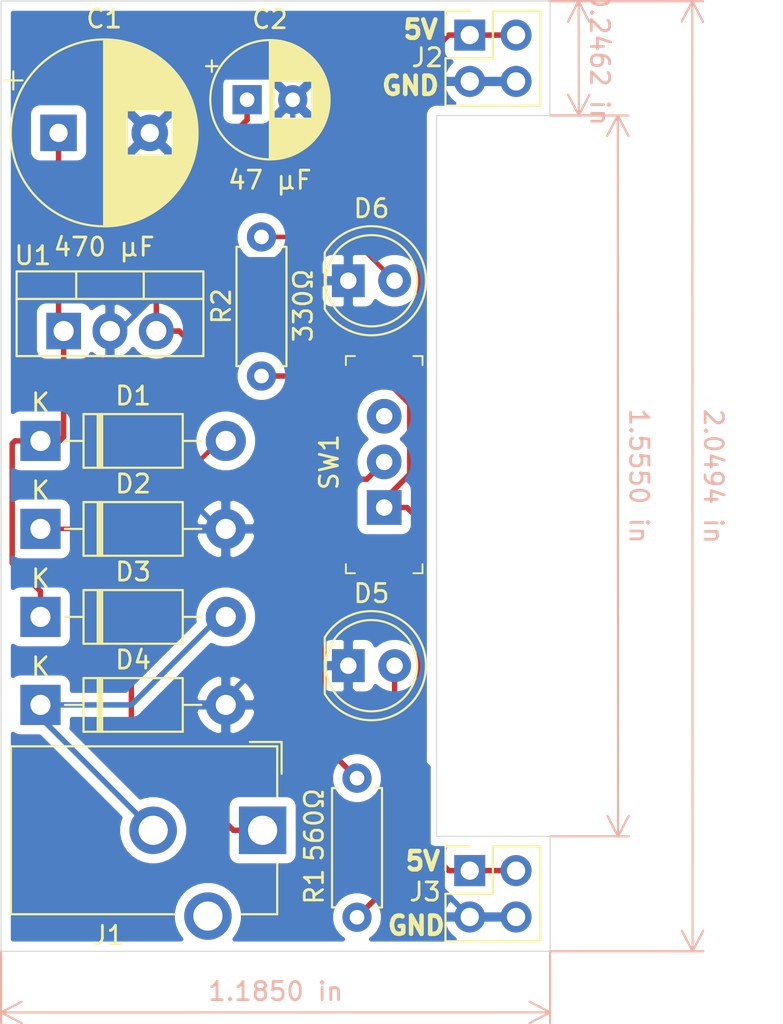
<source format=kicad_pcb>
(kicad_pcb (version 20171130) (host pcbnew "(5.1.5)-3")

  (general
    (thickness 1.6)
    (drawings 16)
    (tracks 79)
    (zones 0)
    (modules 15)
    (nets 11)
  )

  (page A4)
  (title_block
    (title "Breadboard Power Supply")
    (date 2020-07-04)
  )

  (layers
    (0 F.Cu signal)
    (31 B.Cu signal)
    (32 B.Adhes user)
    (33 F.Adhes user)
    (34 B.Paste user)
    (35 F.Paste user)
    (36 B.SilkS user)
    (37 F.SilkS user)
    (38 B.Mask user)
    (39 F.Mask user)
    (40 Dwgs.User user)
    (41 Cmts.User user)
    (42 Eco1.User user)
    (43 Eco2.User user)
    (44 Edge.Cuts user)
    (45 Margin user)
    (46 B.CrtYd user)
    (47 F.CrtYd user)
    (48 B.Fab user)
    (49 F.Fab user)
  )

  (setup
    (last_trace_width 0.3)
    (user_trace_width 0.3)
    (trace_clearance 0.2)
    (zone_clearance 0.508)
    (zone_45_only no)
    (trace_min 0.2)
    (via_size 0.8)
    (via_drill 0.4)
    (via_min_size 0.4)
    (via_min_drill 0.3)
    (user_via 1 0.6)
    (uvia_size 0.3)
    (uvia_drill 0.1)
    (uvias_allowed no)
    (uvia_min_size 0.2)
    (uvia_min_drill 0.1)
    (edge_width 0.05)
    (segment_width 0.2)
    (pcb_text_width 0.3)
    (pcb_text_size 1.5 1.5)
    (mod_edge_width 0.12)
    (mod_text_size 1 1)
    (mod_text_width 0.15)
    (pad_size 1.524 1.524)
    (pad_drill 0.762)
    (pad_to_mask_clearance 0.051)
    (solder_mask_min_width 0.25)
    (aux_axis_origin 0 0)
    (visible_elements FFFFFF7F)
    (pcbplotparams
      (layerselection 0x010fc_ffffffff)
      (usegerberextensions true)
      (usegerberattributes false)
      (usegerberadvancedattributes false)
      (creategerberjobfile false)
      (excludeedgelayer true)
      (linewidth 0.100000)
      (plotframeref false)
      (viasonmask false)
      (mode 1)
      (useauxorigin false)
      (hpglpennumber 1)
      (hpglpenspeed 20)
      (hpglpendiameter 15.000000)
      (psnegative false)
      (psa4output false)
      (plotreference true)
      (plotvalue true)
      (plotinvisibletext false)
      (padsonsilk false)
      (subtractmaskfromsilk false)
      (outputformat 1)
      (mirror false)
      (drillshape 0)
      (scaleselection 1)
      (outputdirectory "Gerber/"))
  )

  (net 0 "")
  (net 1 /Vin)
  (net 2 /GND)
  (net 3 /Vout1)
  (net 4 "Net-(D1-Pad2)")
  (net 5 "Net-(D3-Pad2)")
  (net 6 "Net-(D5-Pad2)")
  (net 7 "Net-(D6-Pad2)")
  (net 8 "Net-(J1-Pad3)")
  (net 9 /Vout2)
  (net 10 "Net-(SW1-Pad3)")

  (net_class Default "This is the default net class."
    (clearance 0.2)
    (trace_width 0.25)
    (via_dia 0.8)
    (via_drill 0.4)
    (uvia_dia 0.3)
    (uvia_drill 0.1)
    (add_net "Net-(D1-Pad2)")
    (add_net "Net-(D5-Pad2)")
    (add_net "Net-(D6-Pad2)")
    (add_net "Net-(J1-Pad3)")
    (add_net "Net-(SW1-Pad3)")
  )

  (net_class Power ""
    (clearance 0.3)
    (trace_width 0.3)
    (via_dia 1)
    (via_drill 0.5)
    (uvia_dia 0.3)
    (uvia_drill 0.1)
    (add_net /GND)
    (add_net /Vin)
    (add_net /Vout1)
    (add_net /Vout2)
    (add_net "Net-(D3-Pad2)")
  )

  (module Capacitor_THT:CP_Radial_D10.0mm_P5.00mm (layer F.Cu) (tedit 5AE50EF1) (tstamp 5F015E0B)
    (at 135.38708 75.38466)
    (descr "CP, Radial series, Radial, pin pitch=5.00mm, , diameter=10mm, Electrolytic Capacitor")
    (tags "CP Radial series Radial pin pitch 5.00mm  diameter 10mm Electrolytic Capacitor")
    (path /5F0330BB)
    (fp_text reference C1 (at 2.5 -6.25) (layer F.SilkS)
      (effects (font (size 1 1) (thickness 0.15)))
    )
    (fp_text value "470 µF" (at 2.5 6.25) (layer F.SilkS)
      (effects (font (size 1 1) (thickness 0.15)))
    )
    (fp_circle (center 2.5 0) (end 7.5 0) (layer F.Fab) (width 0.1))
    (fp_circle (center 2.5 0) (end 7.62 0) (layer F.SilkS) (width 0.12))
    (fp_circle (center 2.5 0) (end 7.75 0) (layer F.CrtYd) (width 0.05))
    (fp_line (start -1.788861 -2.1875) (end -0.788861 -2.1875) (layer F.Fab) (width 0.1))
    (fp_line (start -1.288861 -2.6875) (end -1.288861 -1.6875) (layer F.Fab) (width 0.1))
    (fp_line (start 2.5 -5.08) (end 2.5 5.08) (layer F.SilkS) (width 0.12))
    (fp_line (start 2.54 -5.08) (end 2.54 5.08) (layer F.SilkS) (width 0.12))
    (fp_line (start 2.58 -5.08) (end 2.58 5.08) (layer F.SilkS) (width 0.12))
    (fp_line (start 2.62 -5.079) (end 2.62 5.079) (layer F.SilkS) (width 0.12))
    (fp_line (start 2.66 -5.078) (end 2.66 5.078) (layer F.SilkS) (width 0.12))
    (fp_line (start 2.7 -5.077) (end 2.7 5.077) (layer F.SilkS) (width 0.12))
    (fp_line (start 2.74 -5.075) (end 2.74 5.075) (layer F.SilkS) (width 0.12))
    (fp_line (start 2.78 -5.073) (end 2.78 5.073) (layer F.SilkS) (width 0.12))
    (fp_line (start 2.82 -5.07) (end 2.82 5.07) (layer F.SilkS) (width 0.12))
    (fp_line (start 2.86 -5.068) (end 2.86 5.068) (layer F.SilkS) (width 0.12))
    (fp_line (start 2.9 -5.065) (end 2.9 5.065) (layer F.SilkS) (width 0.12))
    (fp_line (start 2.94 -5.062) (end 2.94 5.062) (layer F.SilkS) (width 0.12))
    (fp_line (start 2.98 -5.058) (end 2.98 5.058) (layer F.SilkS) (width 0.12))
    (fp_line (start 3.02 -5.054) (end 3.02 5.054) (layer F.SilkS) (width 0.12))
    (fp_line (start 3.06 -5.05) (end 3.06 5.05) (layer F.SilkS) (width 0.12))
    (fp_line (start 3.1 -5.045) (end 3.1 5.045) (layer F.SilkS) (width 0.12))
    (fp_line (start 3.14 -5.04) (end 3.14 5.04) (layer F.SilkS) (width 0.12))
    (fp_line (start 3.18 -5.035) (end 3.18 5.035) (layer F.SilkS) (width 0.12))
    (fp_line (start 3.221 -5.03) (end 3.221 5.03) (layer F.SilkS) (width 0.12))
    (fp_line (start 3.261 -5.024) (end 3.261 5.024) (layer F.SilkS) (width 0.12))
    (fp_line (start 3.301 -5.018) (end 3.301 5.018) (layer F.SilkS) (width 0.12))
    (fp_line (start 3.341 -5.011) (end 3.341 5.011) (layer F.SilkS) (width 0.12))
    (fp_line (start 3.381 -5.004) (end 3.381 5.004) (layer F.SilkS) (width 0.12))
    (fp_line (start 3.421 -4.997) (end 3.421 4.997) (layer F.SilkS) (width 0.12))
    (fp_line (start 3.461 -4.99) (end 3.461 4.99) (layer F.SilkS) (width 0.12))
    (fp_line (start 3.501 -4.982) (end 3.501 4.982) (layer F.SilkS) (width 0.12))
    (fp_line (start 3.541 -4.974) (end 3.541 4.974) (layer F.SilkS) (width 0.12))
    (fp_line (start 3.581 -4.965) (end 3.581 4.965) (layer F.SilkS) (width 0.12))
    (fp_line (start 3.621 -4.956) (end 3.621 4.956) (layer F.SilkS) (width 0.12))
    (fp_line (start 3.661 -4.947) (end 3.661 4.947) (layer F.SilkS) (width 0.12))
    (fp_line (start 3.701 -4.938) (end 3.701 4.938) (layer F.SilkS) (width 0.12))
    (fp_line (start 3.741 -4.928) (end 3.741 4.928) (layer F.SilkS) (width 0.12))
    (fp_line (start 3.781 -4.918) (end 3.781 -1.241) (layer F.SilkS) (width 0.12))
    (fp_line (start 3.781 1.241) (end 3.781 4.918) (layer F.SilkS) (width 0.12))
    (fp_line (start 3.821 -4.907) (end 3.821 -1.241) (layer F.SilkS) (width 0.12))
    (fp_line (start 3.821 1.241) (end 3.821 4.907) (layer F.SilkS) (width 0.12))
    (fp_line (start 3.861 -4.897) (end 3.861 -1.241) (layer F.SilkS) (width 0.12))
    (fp_line (start 3.861 1.241) (end 3.861 4.897) (layer F.SilkS) (width 0.12))
    (fp_line (start 3.901 -4.885) (end 3.901 -1.241) (layer F.SilkS) (width 0.12))
    (fp_line (start 3.901 1.241) (end 3.901 4.885) (layer F.SilkS) (width 0.12))
    (fp_line (start 3.941 -4.874) (end 3.941 -1.241) (layer F.SilkS) (width 0.12))
    (fp_line (start 3.941 1.241) (end 3.941 4.874) (layer F.SilkS) (width 0.12))
    (fp_line (start 3.981 -4.862) (end 3.981 -1.241) (layer F.SilkS) (width 0.12))
    (fp_line (start 3.981 1.241) (end 3.981 4.862) (layer F.SilkS) (width 0.12))
    (fp_line (start 4.021 -4.85) (end 4.021 -1.241) (layer F.SilkS) (width 0.12))
    (fp_line (start 4.021 1.241) (end 4.021 4.85) (layer F.SilkS) (width 0.12))
    (fp_line (start 4.061 -4.837) (end 4.061 -1.241) (layer F.SilkS) (width 0.12))
    (fp_line (start 4.061 1.241) (end 4.061 4.837) (layer F.SilkS) (width 0.12))
    (fp_line (start 4.101 -4.824) (end 4.101 -1.241) (layer F.SilkS) (width 0.12))
    (fp_line (start 4.101 1.241) (end 4.101 4.824) (layer F.SilkS) (width 0.12))
    (fp_line (start 4.141 -4.811) (end 4.141 -1.241) (layer F.SilkS) (width 0.12))
    (fp_line (start 4.141 1.241) (end 4.141 4.811) (layer F.SilkS) (width 0.12))
    (fp_line (start 4.181 -4.797) (end 4.181 -1.241) (layer F.SilkS) (width 0.12))
    (fp_line (start 4.181 1.241) (end 4.181 4.797) (layer F.SilkS) (width 0.12))
    (fp_line (start 4.221 -4.783) (end 4.221 -1.241) (layer F.SilkS) (width 0.12))
    (fp_line (start 4.221 1.241) (end 4.221 4.783) (layer F.SilkS) (width 0.12))
    (fp_line (start 4.261 -4.768) (end 4.261 -1.241) (layer F.SilkS) (width 0.12))
    (fp_line (start 4.261 1.241) (end 4.261 4.768) (layer F.SilkS) (width 0.12))
    (fp_line (start 4.301 -4.754) (end 4.301 -1.241) (layer F.SilkS) (width 0.12))
    (fp_line (start 4.301 1.241) (end 4.301 4.754) (layer F.SilkS) (width 0.12))
    (fp_line (start 4.341 -4.738) (end 4.341 -1.241) (layer F.SilkS) (width 0.12))
    (fp_line (start 4.341 1.241) (end 4.341 4.738) (layer F.SilkS) (width 0.12))
    (fp_line (start 4.381 -4.723) (end 4.381 -1.241) (layer F.SilkS) (width 0.12))
    (fp_line (start 4.381 1.241) (end 4.381 4.723) (layer F.SilkS) (width 0.12))
    (fp_line (start 4.421 -4.707) (end 4.421 -1.241) (layer F.SilkS) (width 0.12))
    (fp_line (start 4.421 1.241) (end 4.421 4.707) (layer F.SilkS) (width 0.12))
    (fp_line (start 4.461 -4.69) (end 4.461 -1.241) (layer F.SilkS) (width 0.12))
    (fp_line (start 4.461 1.241) (end 4.461 4.69) (layer F.SilkS) (width 0.12))
    (fp_line (start 4.501 -4.674) (end 4.501 -1.241) (layer F.SilkS) (width 0.12))
    (fp_line (start 4.501 1.241) (end 4.501 4.674) (layer F.SilkS) (width 0.12))
    (fp_line (start 4.541 -4.657) (end 4.541 -1.241) (layer F.SilkS) (width 0.12))
    (fp_line (start 4.541 1.241) (end 4.541 4.657) (layer F.SilkS) (width 0.12))
    (fp_line (start 4.581 -4.639) (end 4.581 -1.241) (layer F.SilkS) (width 0.12))
    (fp_line (start 4.581 1.241) (end 4.581 4.639) (layer F.SilkS) (width 0.12))
    (fp_line (start 4.621 -4.621) (end 4.621 -1.241) (layer F.SilkS) (width 0.12))
    (fp_line (start 4.621 1.241) (end 4.621 4.621) (layer F.SilkS) (width 0.12))
    (fp_line (start 4.661 -4.603) (end 4.661 -1.241) (layer F.SilkS) (width 0.12))
    (fp_line (start 4.661 1.241) (end 4.661 4.603) (layer F.SilkS) (width 0.12))
    (fp_line (start 4.701 -4.584) (end 4.701 -1.241) (layer F.SilkS) (width 0.12))
    (fp_line (start 4.701 1.241) (end 4.701 4.584) (layer F.SilkS) (width 0.12))
    (fp_line (start 4.741 -4.564) (end 4.741 -1.241) (layer F.SilkS) (width 0.12))
    (fp_line (start 4.741 1.241) (end 4.741 4.564) (layer F.SilkS) (width 0.12))
    (fp_line (start 4.781 -4.545) (end 4.781 -1.241) (layer F.SilkS) (width 0.12))
    (fp_line (start 4.781 1.241) (end 4.781 4.545) (layer F.SilkS) (width 0.12))
    (fp_line (start 4.821 -4.525) (end 4.821 -1.241) (layer F.SilkS) (width 0.12))
    (fp_line (start 4.821 1.241) (end 4.821 4.525) (layer F.SilkS) (width 0.12))
    (fp_line (start 4.861 -4.504) (end 4.861 -1.241) (layer F.SilkS) (width 0.12))
    (fp_line (start 4.861 1.241) (end 4.861 4.504) (layer F.SilkS) (width 0.12))
    (fp_line (start 4.901 -4.483) (end 4.901 -1.241) (layer F.SilkS) (width 0.12))
    (fp_line (start 4.901 1.241) (end 4.901 4.483) (layer F.SilkS) (width 0.12))
    (fp_line (start 4.941 -4.462) (end 4.941 -1.241) (layer F.SilkS) (width 0.12))
    (fp_line (start 4.941 1.241) (end 4.941 4.462) (layer F.SilkS) (width 0.12))
    (fp_line (start 4.981 -4.44) (end 4.981 -1.241) (layer F.SilkS) (width 0.12))
    (fp_line (start 4.981 1.241) (end 4.981 4.44) (layer F.SilkS) (width 0.12))
    (fp_line (start 5.021 -4.417) (end 5.021 -1.241) (layer F.SilkS) (width 0.12))
    (fp_line (start 5.021 1.241) (end 5.021 4.417) (layer F.SilkS) (width 0.12))
    (fp_line (start 5.061 -4.395) (end 5.061 -1.241) (layer F.SilkS) (width 0.12))
    (fp_line (start 5.061 1.241) (end 5.061 4.395) (layer F.SilkS) (width 0.12))
    (fp_line (start 5.101 -4.371) (end 5.101 -1.241) (layer F.SilkS) (width 0.12))
    (fp_line (start 5.101 1.241) (end 5.101 4.371) (layer F.SilkS) (width 0.12))
    (fp_line (start 5.141 -4.347) (end 5.141 -1.241) (layer F.SilkS) (width 0.12))
    (fp_line (start 5.141 1.241) (end 5.141 4.347) (layer F.SilkS) (width 0.12))
    (fp_line (start 5.181 -4.323) (end 5.181 -1.241) (layer F.SilkS) (width 0.12))
    (fp_line (start 5.181 1.241) (end 5.181 4.323) (layer F.SilkS) (width 0.12))
    (fp_line (start 5.221 -4.298) (end 5.221 -1.241) (layer F.SilkS) (width 0.12))
    (fp_line (start 5.221 1.241) (end 5.221 4.298) (layer F.SilkS) (width 0.12))
    (fp_line (start 5.261 -4.273) (end 5.261 -1.241) (layer F.SilkS) (width 0.12))
    (fp_line (start 5.261 1.241) (end 5.261 4.273) (layer F.SilkS) (width 0.12))
    (fp_line (start 5.301 -4.247) (end 5.301 -1.241) (layer F.SilkS) (width 0.12))
    (fp_line (start 5.301 1.241) (end 5.301 4.247) (layer F.SilkS) (width 0.12))
    (fp_line (start 5.341 -4.221) (end 5.341 -1.241) (layer F.SilkS) (width 0.12))
    (fp_line (start 5.341 1.241) (end 5.341 4.221) (layer F.SilkS) (width 0.12))
    (fp_line (start 5.381 -4.194) (end 5.381 -1.241) (layer F.SilkS) (width 0.12))
    (fp_line (start 5.381 1.241) (end 5.381 4.194) (layer F.SilkS) (width 0.12))
    (fp_line (start 5.421 -4.166) (end 5.421 -1.241) (layer F.SilkS) (width 0.12))
    (fp_line (start 5.421 1.241) (end 5.421 4.166) (layer F.SilkS) (width 0.12))
    (fp_line (start 5.461 -4.138) (end 5.461 -1.241) (layer F.SilkS) (width 0.12))
    (fp_line (start 5.461 1.241) (end 5.461 4.138) (layer F.SilkS) (width 0.12))
    (fp_line (start 5.501 -4.11) (end 5.501 -1.241) (layer F.SilkS) (width 0.12))
    (fp_line (start 5.501 1.241) (end 5.501 4.11) (layer F.SilkS) (width 0.12))
    (fp_line (start 5.541 -4.08) (end 5.541 -1.241) (layer F.SilkS) (width 0.12))
    (fp_line (start 5.541 1.241) (end 5.541 4.08) (layer F.SilkS) (width 0.12))
    (fp_line (start 5.581 -4.05) (end 5.581 -1.241) (layer F.SilkS) (width 0.12))
    (fp_line (start 5.581 1.241) (end 5.581 4.05) (layer F.SilkS) (width 0.12))
    (fp_line (start 5.621 -4.02) (end 5.621 -1.241) (layer F.SilkS) (width 0.12))
    (fp_line (start 5.621 1.241) (end 5.621 4.02) (layer F.SilkS) (width 0.12))
    (fp_line (start 5.661 -3.989) (end 5.661 -1.241) (layer F.SilkS) (width 0.12))
    (fp_line (start 5.661 1.241) (end 5.661 3.989) (layer F.SilkS) (width 0.12))
    (fp_line (start 5.701 -3.957) (end 5.701 -1.241) (layer F.SilkS) (width 0.12))
    (fp_line (start 5.701 1.241) (end 5.701 3.957) (layer F.SilkS) (width 0.12))
    (fp_line (start 5.741 -3.925) (end 5.741 -1.241) (layer F.SilkS) (width 0.12))
    (fp_line (start 5.741 1.241) (end 5.741 3.925) (layer F.SilkS) (width 0.12))
    (fp_line (start 5.781 -3.892) (end 5.781 -1.241) (layer F.SilkS) (width 0.12))
    (fp_line (start 5.781 1.241) (end 5.781 3.892) (layer F.SilkS) (width 0.12))
    (fp_line (start 5.821 -3.858) (end 5.821 -1.241) (layer F.SilkS) (width 0.12))
    (fp_line (start 5.821 1.241) (end 5.821 3.858) (layer F.SilkS) (width 0.12))
    (fp_line (start 5.861 -3.824) (end 5.861 -1.241) (layer F.SilkS) (width 0.12))
    (fp_line (start 5.861 1.241) (end 5.861 3.824) (layer F.SilkS) (width 0.12))
    (fp_line (start 5.901 -3.789) (end 5.901 -1.241) (layer F.SilkS) (width 0.12))
    (fp_line (start 5.901 1.241) (end 5.901 3.789) (layer F.SilkS) (width 0.12))
    (fp_line (start 5.941 -3.753) (end 5.941 -1.241) (layer F.SilkS) (width 0.12))
    (fp_line (start 5.941 1.241) (end 5.941 3.753) (layer F.SilkS) (width 0.12))
    (fp_line (start 5.981 -3.716) (end 5.981 -1.241) (layer F.SilkS) (width 0.12))
    (fp_line (start 5.981 1.241) (end 5.981 3.716) (layer F.SilkS) (width 0.12))
    (fp_line (start 6.021 -3.679) (end 6.021 -1.241) (layer F.SilkS) (width 0.12))
    (fp_line (start 6.021 1.241) (end 6.021 3.679) (layer F.SilkS) (width 0.12))
    (fp_line (start 6.061 -3.64) (end 6.061 -1.241) (layer F.SilkS) (width 0.12))
    (fp_line (start 6.061 1.241) (end 6.061 3.64) (layer F.SilkS) (width 0.12))
    (fp_line (start 6.101 -3.601) (end 6.101 -1.241) (layer F.SilkS) (width 0.12))
    (fp_line (start 6.101 1.241) (end 6.101 3.601) (layer F.SilkS) (width 0.12))
    (fp_line (start 6.141 -3.561) (end 6.141 -1.241) (layer F.SilkS) (width 0.12))
    (fp_line (start 6.141 1.241) (end 6.141 3.561) (layer F.SilkS) (width 0.12))
    (fp_line (start 6.181 -3.52) (end 6.181 -1.241) (layer F.SilkS) (width 0.12))
    (fp_line (start 6.181 1.241) (end 6.181 3.52) (layer F.SilkS) (width 0.12))
    (fp_line (start 6.221 -3.478) (end 6.221 -1.241) (layer F.SilkS) (width 0.12))
    (fp_line (start 6.221 1.241) (end 6.221 3.478) (layer F.SilkS) (width 0.12))
    (fp_line (start 6.261 -3.436) (end 6.261 3.436) (layer F.SilkS) (width 0.12))
    (fp_line (start 6.301 -3.392) (end 6.301 3.392) (layer F.SilkS) (width 0.12))
    (fp_line (start 6.341 -3.347) (end 6.341 3.347) (layer F.SilkS) (width 0.12))
    (fp_line (start 6.381 -3.301) (end 6.381 3.301) (layer F.SilkS) (width 0.12))
    (fp_line (start 6.421 -3.254) (end 6.421 3.254) (layer F.SilkS) (width 0.12))
    (fp_line (start 6.461 -3.206) (end 6.461 3.206) (layer F.SilkS) (width 0.12))
    (fp_line (start 6.501 -3.156) (end 6.501 3.156) (layer F.SilkS) (width 0.12))
    (fp_line (start 6.541 -3.106) (end 6.541 3.106) (layer F.SilkS) (width 0.12))
    (fp_line (start 6.581 -3.054) (end 6.581 3.054) (layer F.SilkS) (width 0.12))
    (fp_line (start 6.621 -3) (end 6.621 3) (layer F.SilkS) (width 0.12))
    (fp_line (start 6.661 -2.945) (end 6.661 2.945) (layer F.SilkS) (width 0.12))
    (fp_line (start 6.701 -2.889) (end 6.701 2.889) (layer F.SilkS) (width 0.12))
    (fp_line (start 6.741 -2.83) (end 6.741 2.83) (layer F.SilkS) (width 0.12))
    (fp_line (start 6.781 -2.77) (end 6.781 2.77) (layer F.SilkS) (width 0.12))
    (fp_line (start 6.821 -2.709) (end 6.821 2.709) (layer F.SilkS) (width 0.12))
    (fp_line (start 6.861 -2.645) (end 6.861 2.645) (layer F.SilkS) (width 0.12))
    (fp_line (start 6.901 -2.579) (end 6.901 2.579) (layer F.SilkS) (width 0.12))
    (fp_line (start 6.941 -2.51) (end 6.941 2.51) (layer F.SilkS) (width 0.12))
    (fp_line (start 6.981 -2.439) (end 6.981 2.439) (layer F.SilkS) (width 0.12))
    (fp_line (start 7.021 -2.365) (end 7.021 2.365) (layer F.SilkS) (width 0.12))
    (fp_line (start 7.061 -2.289) (end 7.061 2.289) (layer F.SilkS) (width 0.12))
    (fp_line (start 7.101 -2.209) (end 7.101 2.209) (layer F.SilkS) (width 0.12))
    (fp_line (start 7.141 -2.125) (end 7.141 2.125) (layer F.SilkS) (width 0.12))
    (fp_line (start 7.181 -2.037) (end 7.181 2.037) (layer F.SilkS) (width 0.12))
    (fp_line (start 7.221 -1.944) (end 7.221 1.944) (layer F.SilkS) (width 0.12))
    (fp_line (start 7.261 -1.846) (end 7.261 1.846) (layer F.SilkS) (width 0.12))
    (fp_line (start 7.301 -1.742) (end 7.301 1.742) (layer F.SilkS) (width 0.12))
    (fp_line (start 7.341 -1.63) (end 7.341 1.63) (layer F.SilkS) (width 0.12))
    (fp_line (start 7.381 -1.51) (end 7.381 1.51) (layer F.SilkS) (width 0.12))
    (fp_line (start 7.421 -1.378) (end 7.421 1.378) (layer F.SilkS) (width 0.12))
    (fp_line (start 7.461 -1.23) (end 7.461 1.23) (layer F.SilkS) (width 0.12))
    (fp_line (start 7.501 -1.062) (end 7.501 1.062) (layer F.SilkS) (width 0.12))
    (fp_line (start 7.541 -0.862) (end 7.541 0.862) (layer F.SilkS) (width 0.12))
    (fp_line (start 7.581 -0.599) (end 7.581 0.599) (layer F.SilkS) (width 0.12))
    (fp_line (start -2.979646 -2.875) (end -1.979646 -2.875) (layer F.SilkS) (width 0.12))
    (fp_line (start -2.479646 -3.375) (end -2.479646 -2.375) (layer F.SilkS) (width 0.12))
    (fp_text user %R (at 2.5 0) (layer F.Fab)
      (effects (font (size 1 1) (thickness 0.15)))
    )
    (pad 1 thru_hole rect (at 0 0) (size 2 2) (drill 1) (layers *.Cu *.Mask)
      (net 1 /Vin))
    (pad 2 thru_hole circle (at 5 0) (size 2 2) (drill 1) (layers *.Cu *.Mask)
      (net 2 /GND))
    (model ${KISYS3DMOD}/Capacitor_THT.3dshapes/CP_Radial_D10.0mm_P5.00mm.wrl
      (at (xyz 0 0 0))
      (scale (xyz 1 1 1))
      (rotate (xyz 0 0 0))
    )
  )

  (module Capacitor_THT:CP_Radial_D6.3mm_P2.50mm (layer F.Cu) (tedit 5AE50EF0) (tstamp 5F015E9F)
    (at 145.72488 73.56856)
    (descr "CP, Radial series, Radial, pin pitch=2.50mm, , diameter=6.3mm, Electrolytic Capacitor")
    (tags "CP Radial series Radial pin pitch 2.50mm  diameter 6.3mm Electrolytic Capacitor")
    (path /5F03278F)
    (fp_text reference C2 (at 1.25 -4.4) (layer F.SilkS)
      (effects (font (size 1 1) (thickness 0.15)))
    )
    (fp_text value "47 µF" (at 1.25 4.4) (layer F.SilkS)
      (effects (font (size 1 1) (thickness 0.15)))
    )
    (fp_circle (center 1.25 0) (end 4.4 0) (layer F.Fab) (width 0.1))
    (fp_circle (center 1.25 0) (end 4.52 0) (layer F.SilkS) (width 0.12))
    (fp_circle (center 1.25 0) (end 4.65 0) (layer F.CrtYd) (width 0.05))
    (fp_line (start -1.443972 -1.3735) (end -0.813972 -1.3735) (layer F.Fab) (width 0.1))
    (fp_line (start -1.128972 -1.6885) (end -1.128972 -1.0585) (layer F.Fab) (width 0.1))
    (fp_line (start 1.25 -3.23) (end 1.25 3.23) (layer F.SilkS) (width 0.12))
    (fp_line (start 1.29 -3.23) (end 1.29 3.23) (layer F.SilkS) (width 0.12))
    (fp_line (start 1.33 -3.23) (end 1.33 3.23) (layer F.SilkS) (width 0.12))
    (fp_line (start 1.37 -3.228) (end 1.37 3.228) (layer F.SilkS) (width 0.12))
    (fp_line (start 1.41 -3.227) (end 1.41 3.227) (layer F.SilkS) (width 0.12))
    (fp_line (start 1.45 -3.224) (end 1.45 3.224) (layer F.SilkS) (width 0.12))
    (fp_line (start 1.49 -3.222) (end 1.49 -1.04) (layer F.SilkS) (width 0.12))
    (fp_line (start 1.49 1.04) (end 1.49 3.222) (layer F.SilkS) (width 0.12))
    (fp_line (start 1.53 -3.218) (end 1.53 -1.04) (layer F.SilkS) (width 0.12))
    (fp_line (start 1.53 1.04) (end 1.53 3.218) (layer F.SilkS) (width 0.12))
    (fp_line (start 1.57 -3.215) (end 1.57 -1.04) (layer F.SilkS) (width 0.12))
    (fp_line (start 1.57 1.04) (end 1.57 3.215) (layer F.SilkS) (width 0.12))
    (fp_line (start 1.61 -3.211) (end 1.61 -1.04) (layer F.SilkS) (width 0.12))
    (fp_line (start 1.61 1.04) (end 1.61 3.211) (layer F.SilkS) (width 0.12))
    (fp_line (start 1.65 -3.206) (end 1.65 -1.04) (layer F.SilkS) (width 0.12))
    (fp_line (start 1.65 1.04) (end 1.65 3.206) (layer F.SilkS) (width 0.12))
    (fp_line (start 1.69 -3.201) (end 1.69 -1.04) (layer F.SilkS) (width 0.12))
    (fp_line (start 1.69 1.04) (end 1.69 3.201) (layer F.SilkS) (width 0.12))
    (fp_line (start 1.73 -3.195) (end 1.73 -1.04) (layer F.SilkS) (width 0.12))
    (fp_line (start 1.73 1.04) (end 1.73 3.195) (layer F.SilkS) (width 0.12))
    (fp_line (start 1.77 -3.189) (end 1.77 -1.04) (layer F.SilkS) (width 0.12))
    (fp_line (start 1.77 1.04) (end 1.77 3.189) (layer F.SilkS) (width 0.12))
    (fp_line (start 1.81 -3.182) (end 1.81 -1.04) (layer F.SilkS) (width 0.12))
    (fp_line (start 1.81 1.04) (end 1.81 3.182) (layer F.SilkS) (width 0.12))
    (fp_line (start 1.85 -3.175) (end 1.85 -1.04) (layer F.SilkS) (width 0.12))
    (fp_line (start 1.85 1.04) (end 1.85 3.175) (layer F.SilkS) (width 0.12))
    (fp_line (start 1.89 -3.167) (end 1.89 -1.04) (layer F.SilkS) (width 0.12))
    (fp_line (start 1.89 1.04) (end 1.89 3.167) (layer F.SilkS) (width 0.12))
    (fp_line (start 1.93 -3.159) (end 1.93 -1.04) (layer F.SilkS) (width 0.12))
    (fp_line (start 1.93 1.04) (end 1.93 3.159) (layer F.SilkS) (width 0.12))
    (fp_line (start 1.971 -3.15) (end 1.971 -1.04) (layer F.SilkS) (width 0.12))
    (fp_line (start 1.971 1.04) (end 1.971 3.15) (layer F.SilkS) (width 0.12))
    (fp_line (start 2.011 -3.141) (end 2.011 -1.04) (layer F.SilkS) (width 0.12))
    (fp_line (start 2.011 1.04) (end 2.011 3.141) (layer F.SilkS) (width 0.12))
    (fp_line (start 2.051 -3.131) (end 2.051 -1.04) (layer F.SilkS) (width 0.12))
    (fp_line (start 2.051 1.04) (end 2.051 3.131) (layer F.SilkS) (width 0.12))
    (fp_line (start 2.091 -3.121) (end 2.091 -1.04) (layer F.SilkS) (width 0.12))
    (fp_line (start 2.091 1.04) (end 2.091 3.121) (layer F.SilkS) (width 0.12))
    (fp_line (start 2.131 -3.11) (end 2.131 -1.04) (layer F.SilkS) (width 0.12))
    (fp_line (start 2.131 1.04) (end 2.131 3.11) (layer F.SilkS) (width 0.12))
    (fp_line (start 2.171 -3.098) (end 2.171 -1.04) (layer F.SilkS) (width 0.12))
    (fp_line (start 2.171 1.04) (end 2.171 3.098) (layer F.SilkS) (width 0.12))
    (fp_line (start 2.211 -3.086) (end 2.211 -1.04) (layer F.SilkS) (width 0.12))
    (fp_line (start 2.211 1.04) (end 2.211 3.086) (layer F.SilkS) (width 0.12))
    (fp_line (start 2.251 -3.074) (end 2.251 -1.04) (layer F.SilkS) (width 0.12))
    (fp_line (start 2.251 1.04) (end 2.251 3.074) (layer F.SilkS) (width 0.12))
    (fp_line (start 2.291 -3.061) (end 2.291 -1.04) (layer F.SilkS) (width 0.12))
    (fp_line (start 2.291 1.04) (end 2.291 3.061) (layer F.SilkS) (width 0.12))
    (fp_line (start 2.331 -3.047) (end 2.331 -1.04) (layer F.SilkS) (width 0.12))
    (fp_line (start 2.331 1.04) (end 2.331 3.047) (layer F.SilkS) (width 0.12))
    (fp_line (start 2.371 -3.033) (end 2.371 -1.04) (layer F.SilkS) (width 0.12))
    (fp_line (start 2.371 1.04) (end 2.371 3.033) (layer F.SilkS) (width 0.12))
    (fp_line (start 2.411 -3.018) (end 2.411 -1.04) (layer F.SilkS) (width 0.12))
    (fp_line (start 2.411 1.04) (end 2.411 3.018) (layer F.SilkS) (width 0.12))
    (fp_line (start 2.451 -3.002) (end 2.451 -1.04) (layer F.SilkS) (width 0.12))
    (fp_line (start 2.451 1.04) (end 2.451 3.002) (layer F.SilkS) (width 0.12))
    (fp_line (start 2.491 -2.986) (end 2.491 -1.04) (layer F.SilkS) (width 0.12))
    (fp_line (start 2.491 1.04) (end 2.491 2.986) (layer F.SilkS) (width 0.12))
    (fp_line (start 2.531 -2.97) (end 2.531 -1.04) (layer F.SilkS) (width 0.12))
    (fp_line (start 2.531 1.04) (end 2.531 2.97) (layer F.SilkS) (width 0.12))
    (fp_line (start 2.571 -2.952) (end 2.571 -1.04) (layer F.SilkS) (width 0.12))
    (fp_line (start 2.571 1.04) (end 2.571 2.952) (layer F.SilkS) (width 0.12))
    (fp_line (start 2.611 -2.934) (end 2.611 -1.04) (layer F.SilkS) (width 0.12))
    (fp_line (start 2.611 1.04) (end 2.611 2.934) (layer F.SilkS) (width 0.12))
    (fp_line (start 2.651 -2.916) (end 2.651 -1.04) (layer F.SilkS) (width 0.12))
    (fp_line (start 2.651 1.04) (end 2.651 2.916) (layer F.SilkS) (width 0.12))
    (fp_line (start 2.691 -2.896) (end 2.691 -1.04) (layer F.SilkS) (width 0.12))
    (fp_line (start 2.691 1.04) (end 2.691 2.896) (layer F.SilkS) (width 0.12))
    (fp_line (start 2.731 -2.876) (end 2.731 -1.04) (layer F.SilkS) (width 0.12))
    (fp_line (start 2.731 1.04) (end 2.731 2.876) (layer F.SilkS) (width 0.12))
    (fp_line (start 2.771 -2.856) (end 2.771 -1.04) (layer F.SilkS) (width 0.12))
    (fp_line (start 2.771 1.04) (end 2.771 2.856) (layer F.SilkS) (width 0.12))
    (fp_line (start 2.811 -2.834) (end 2.811 -1.04) (layer F.SilkS) (width 0.12))
    (fp_line (start 2.811 1.04) (end 2.811 2.834) (layer F.SilkS) (width 0.12))
    (fp_line (start 2.851 -2.812) (end 2.851 -1.04) (layer F.SilkS) (width 0.12))
    (fp_line (start 2.851 1.04) (end 2.851 2.812) (layer F.SilkS) (width 0.12))
    (fp_line (start 2.891 -2.79) (end 2.891 -1.04) (layer F.SilkS) (width 0.12))
    (fp_line (start 2.891 1.04) (end 2.891 2.79) (layer F.SilkS) (width 0.12))
    (fp_line (start 2.931 -2.766) (end 2.931 -1.04) (layer F.SilkS) (width 0.12))
    (fp_line (start 2.931 1.04) (end 2.931 2.766) (layer F.SilkS) (width 0.12))
    (fp_line (start 2.971 -2.742) (end 2.971 -1.04) (layer F.SilkS) (width 0.12))
    (fp_line (start 2.971 1.04) (end 2.971 2.742) (layer F.SilkS) (width 0.12))
    (fp_line (start 3.011 -2.716) (end 3.011 -1.04) (layer F.SilkS) (width 0.12))
    (fp_line (start 3.011 1.04) (end 3.011 2.716) (layer F.SilkS) (width 0.12))
    (fp_line (start 3.051 -2.69) (end 3.051 -1.04) (layer F.SilkS) (width 0.12))
    (fp_line (start 3.051 1.04) (end 3.051 2.69) (layer F.SilkS) (width 0.12))
    (fp_line (start 3.091 -2.664) (end 3.091 -1.04) (layer F.SilkS) (width 0.12))
    (fp_line (start 3.091 1.04) (end 3.091 2.664) (layer F.SilkS) (width 0.12))
    (fp_line (start 3.131 -2.636) (end 3.131 -1.04) (layer F.SilkS) (width 0.12))
    (fp_line (start 3.131 1.04) (end 3.131 2.636) (layer F.SilkS) (width 0.12))
    (fp_line (start 3.171 -2.607) (end 3.171 -1.04) (layer F.SilkS) (width 0.12))
    (fp_line (start 3.171 1.04) (end 3.171 2.607) (layer F.SilkS) (width 0.12))
    (fp_line (start 3.211 -2.578) (end 3.211 -1.04) (layer F.SilkS) (width 0.12))
    (fp_line (start 3.211 1.04) (end 3.211 2.578) (layer F.SilkS) (width 0.12))
    (fp_line (start 3.251 -2.548) (end 3.251 -1.04) (layer F.SilkS) (width 0.12))
    (fp_line (start 3.251 1.04) (end 3.251 2.548) (layer F.SilkS) (width 0.12))
    (fp_line (start 3.291 -2.516) (end 3.291 -1.04) (layer F.SilkS) (width 0.12))
    (fp_line (start 3.291 1.04) (end 3.291 2.516) (layer F.SilkS) (width 0.12))
    (fp_line (start 3.331 -2.484) (end 3.331 -1.04) (layer F.SilkS) (width 0.12))
    (fp_line (start 3.331 1.04) (end 3.331 2.484) (layer F.SilkS) (width 0.12))
    (fp_line (start 3.371 -2.45) (end 3.371 -1.04) (layer F.SilkS) (width 0.12))
    (fp_line (start 3.371 1.04) (end 3.371 2.45) (layer F.SilkS) (width 0.12))
    (fp_line (start 3.411 -2.416) (end 3.411 -1.04) (layer F.SilkS) (width 0.12))
    (fp_line (start 3.411 1.04) (end 3.411 2.416) (layer F.SilkS) (width 0.12))
    (fp_line (start 3.451 -2.38) (end 3.451 -1.04) (layer F.SilkS) (width 0.12))
    (fp_line (start 3.451 1.04) (end 3.451 2.38) (layer F.SilkS) (width 0.12))
    (fp_line (start 3.491 -2.343) (end 3.491 -1.04) (layer F.SilkS) (width 0.12))
    (fp_line (start 3.491 1.04) (end 3.491 2.343) (layer F.SilkS) (width 0.12))
    (fp_line (start 3.531 -2.305) (end 3.531 -1.04) (layer F.SilkS) (width 0.12))
    (fp_line (start 3.531 1.04) (end 3.531 2.305) (layer F.SilkS) (width 0.12))
    (fp_line (start 3.571 -2.265) (end 3.571 2.265) (layer F.SilkS) (width 0.12))
    (fp_line (start 3.611 -2.224) (end 3.611 2.224) (layer F.SilkS) (width 0.12))
    (fp_line (start 3.651 -2.182) (end 3.651 2.182) (layer F.SilkS) (width 0.12))
    (fp_line (start 3.691 -2.137) (end 3.691 2.137) (layer F.SilkS) (width 0.12))
    (fp_line (start 3.731 -2.092) (end 3.731 2.092) (layer F.SilkS) (width 0.12))
    (fp_line (start 3.771 -2.044) (end 3.771 2.044) (layer F.SilkS) (width 0.12))
    (fp_line (start 3.811 -1.995) (end 3.811 1.995) (layer F.SilkS) (width 0.12))
    (fp_line (start 3.851 -1.944) (end 3.851 1.944) (layer F.SilkS) (width 0.12))
    (fp_line (start 3.891 -1.89) (end 3.891 1.89) (layer F.SilkS) (width 0.12))
    (fp_line (start 3.931 -1.834) (end 3.931 1.834) (layer F.SilkS) (width 0.12))
    (fp_line (start 3.971 -1.776) (end 3.971 1.776) (layer F.SilkS) (width 0.12))
    (fp_line (start 4.011 -1.714) (end 4.011 1.714) (layer F.SilkS) (width 0.12))
    (fp_line (start 4.051 -1.65) (end 4.051 1.65) (layer F.SilkS) (width 0.12))
    (fp_line (start 4.091 -1.581) (end 4.091 1.581) (layer F.SilkS) (width 0.12))
    (fp_line (start 4.131 -1.509) (end 4.131 1.509) (layer F.SilkS) (width 0.12))
    (fp_line (start 4.171 -1.432) (end 4.171 1.432) (layer F.SilkS) (width 0.12))
    (fp_line (start 4.211 -1.35) (end 4.211 1.35) (layer F.SilkS) (width 0.12))
    (fp_line (start 4.251 -1.262) (end 4.251 1.262) (layer F.SilkS) (width 0.12))
    (fp_line (start 4.291 -1.165) (end 4.291 1.165) (layer F.SilkS) (width 0.12))
    (fp_line (start 4.331 -1.059) (end 4.331 1.059) (layer F.SilkS) (width 0.12))
    (fp_line (start 4.371 -0.94) (end 4.371 0.94) (layer F.SilkS) (width 0.12))
    (fp_line (start 4.411 -0.802) (end 4.411 0.802) (layer F.SilkS) (width 0.12))
    (fp_line (start 4.451 -0.633) (end 4.451 0.633) (layer F.SilkS) (width 0.12))
    (fp_line (start 4.491 -0.402) (end 4.491 0.402) (layer F.SilkS) (width 0.12))
    (fp_line (start -2.250241 -1.839) (end -1.620241 -1.839) (layer F.SilkS) (width 0.12))
    (fp_line (start -1.935241 -2.154) (end -1.935241 -1.524) (layer F.SilkS) (width 0.12))
    (fp_text user %R (at 1.25 0) (layer F.Fab)
      (effects (font (size 1 1) (thickness 0.15)))
    )
    (pad 1 thru_hole rect (at 0 0) (size 1.6 1.6) (drill 0.8) (layers *.Cu *.Mask)
      (net 3 /Vout1))
    (pad 2 thru_hole circle (at 2.5 0) (size 1.6 1.6) (drill 0.8) (layers *.Cu *.Mask)
      (net 2 /GND))
    (model ${KISYS3DMOD}/Capacitor_THT.3dshapes/CP_Radial_D6.3mm_P2.50mm.wrl
      (at (xyz 0 0 0))
      (scale (xyz 1 1 1))
      (rotate (xyz 0 0 0))
    )
  )

  (module Diode_THT:D_DO-41_SOD81_P10.16mm_Horizontal (layer F.Cu) (tedit 5AE50CD5) (tstamp 5F015EBE)
    (at 134.39648 92.26296)
    (descr "Diode, DO-41_SOD81 series, Axial, Horizontal, pin pitch=10.16mm, , length*diameter=5.2*2.7mm^2, , http://www.diodes.com/_files/packages/DO-41%20(Plastic).pdf")
    (tags "Diode DO-41_SOD81 series Axial Horizontal pin pitch 10.16mm  length 5.2mm diameter 2.7mm")
    (path /5F00065F)
    (fp_text reference D1 (at 5.08 -2.47) (layer F.SilkS)
      (effects (font (size 1 1) (thickness 0.15)))
    )
    (fp_text value 1N4007 (at 5.08 2.47) (layer F.Fab)
      (effects (font (size 1 1) (thickness 0.15)))
    )
    (fp_text user K (at 0 -2.1) (layer F.SilkS)
      (effects (font (size 1 1) (thickness 0.15)))
    )
    (fp_text user K (at 0 -2.1) (layer F.Fab)
      (effects (font (size 1 1) (thickness 0.15)))
    )
    (fp_text user %R (at 5.47 0) (layer F.Fab)
      (effects (font (size 1 1) (thickness 0.15)))
    )
    (fp_line (start 11.51 -1.6) (end -1.35 -1.6) (layer F.CrtYd) (width 0.05))
    (fp_line (start 11.51 1.6) (end 11.51 -1.6) (layer F.CrtYd) (width 0.05))
    (fp_line (start -1.35 1.6) (end 11.51 1.6) (layer F.CrtYd) (width 0.05))
    (fp_line (start -1.35 -1.6) (end -1.35 1.6) (layer F.CrtYd) (width 0.05))
    (fp_line (start 3.14 -1.47) (end 3.14 1.47) (layer F.SilkS) (width 0.12))
    (fp_line (start 3.38 -1.47) (end 3.38 1.47) (layer F.SilkS) (width 0.12))
    (fp_line (start 3.26 -1.47) (end 3.26 1.47) (layer F.SilkS) (width 0.12))
    (fp_line (start 8.82 0) (end 7.8 0) (layer F.SilkS) (width 0.12))
    (fp_line (start 1.34 0) (end 2.36 0) (layer F.SilkS) (width 0.12))
    (fp_line (start 7.8 -1.47) (end 2.36 -1.47) (layer F.SilkS) (width 0.12))
    (fp_line (start 7.8 1.47) (end 7.8 -1.47) (layer F.SilkS) (width 0.12))
    (fp_line (start 2.36 1.47) (end 7.8 1.47) (layer F.SilkS) (width 0.12))
    (fp_line (start 2.36 -1.47) (end 2.36 1.47) (layer F.SilkS) (width 0.12))
    (fp_line (start 3.16 -1.35) (end 3.16 1.35) (layer F.Fab) (width 0.1))
    (fp_line (start 3.36 -1.35) (end 3.36 1.35) (layer F.Fab) (width 0.1))
    (fp_line (start 3.26 -1.35) (end 3.26 1.35) (layer F.Fab) (width 0.1))
    (fp_line (start 10.16 0) (end 7.68 0) (layer F.Fab) (width 0.1))
    (fp_line (start 0 0) (end 2.48 0) (layer F.Fab) (width 0.1))
    (fp_line (start 7.68 -1.35) (end 2.48 -1.35) (layer F.Fab) (width 0.1))
    (fp_line (start 7.68 1.35) (end 7.68 -1.35) (layer F.Fab) (width 0.1))
    (fp_line (start 2.48 1.35) (end 7.68 1.35) (layer F.Fab) (width 0.1))
    (fp_line (start 2.48 -1.35) (end 2.48 1.35) (layer F.Fab) (width 0.1))
    (pad 2 thru_hole oval (at 10.16 0) (size 2.2 2.2) (drill 1.1) (layers *.Cu *.Mask)
      (net 4 "Net-(D1-Pad2)"))
    (pad 1 thru_hole rect (at 0 0) (size 2.2 2.2) (drill 1.1) (layers *.Cu *.Mask)
      (net 1 /Vin))
    (model ${KISYS3DMOD}/Diode_THT.3dshapes/D_DO-41_SOD81_P10.16mm_Horizontal.wrl
      (at (xyz 0 0 0))
      (scale (xyz 1 1 1))
      (rotate (xyz 0 0 0))
    )
  )

  (module Diode_THT:D_DO-41_SOD81_P10.16mm_Horizontal (layer F.Cu) (tedit 5AE50CD5) (tstamp 5F017219)
    (at 134.39648 97.084726)
    (descr "Diode, DO-41_SOD81 series, Axial, Horizontal, pin pitch=10.16mm, , length*diameter=5.2*2.7mm^2, , http://www.diodes.com/_files/packages/DO-41%20(Plastic).pdf")
    (tags "Diode DO-41_SOD81 series Axial Horizontal pin pitch 10.16mm  length 5.2mm diameter 2.7mm")
    (path /5F0010B5)
    (fp_text reference D2 (at 5.08 -2.47) (layer F.SilkS)
      (effects (font (size 1 1) (thickness 0.15)))
    )
    (fp_text value 1N4007 (at 5.08 2.47) (layer F.Fab)
      (effects (font (size 1 1) (thickness 0.15)))
    )
    (fp_line (start 2.48 -1.35) (end 2.48 1.35) (layer F.Fab) (width 0.1))
    (fp_line (start 2.48 1.35) (end 7.68 1.35) (layer F.Fab) (width 0.1))
    (fp_line (start 7.68 1.35) (end 7.68 -1.35) (layer F.Fab) (width 0.1))
    (fp_line (start 7.68 -1.35) (end 2.48 -1.35) (layer F.Fab) (width 0.1))
    (fp_line (start 0 0) (end 2.48 0) (layer F.Fab) (width 0.1))
    (fp_line (start 10.16 0) (end 7.68 0) (layer F.Fab) (width 0.1))
    (fp_line (start 3.26 -1.35) (end 3.26 1.35) (layer F.Fab) (width 0.1))
    (fp_line (start 3.36 -1.35) (end 3.36 1.35) (layer F.Fab) (width 0.1))
    (fp_line (start 3.16 -1.35) (end 3.16 1.35) (layer F.Fab) (width 0.1))
    (fp_line (start 2.36 -1.47) (end 2.36 1.47) (layer F.SilkS) (width 0.12))
    (fp_line (start 2.36 1.47) (end 7.8 1.47) (layer F.SilkS) (width 0.12))
    (fp_line (start 7.8 1.47) (end 7.8 -1.47) (layer F.SilkS) (width 0.12))
    (fp_line (start 7.8 -1.47) (end 2.36 -1.47) (layer F.SilkS) (width 0.12))
    (fp_line (start 1.34 0) (end 2.36 0) (layer F.SilkS) (width 0.12))
    (fp_line (start 8.82 0) (end 7.8 0) (layer F.SilkS) (width 0.12))
    (fp_line (start 3.26 -1.47) (end 3.26 1.47) (layer F.SilkS) (width 0.12))
    (fp_line (start 3.38 -1.47) (end 3.38 1.47) (layer F.SilkS) (width 0.12))
    (fp_line (start 3.14 -1.47) (end 3.14 1.47) (layer F.SilkS) (width 0.12))
    (fp_line (start -1.35 -1.6) (end -1.35 1.6) (layer F.CrtYd) (width 0.05))
    (fp_line (start -1.35 1.6) (end 11.51 1.6) (layer F.CrtYd) (width 0.05))
    (fp_line (start 11.51 1.6) (end 11.51 -1.6) (layer F.CrtYd) (width 0.05))
    (fp_line (start 11.51 -1.6) (end -1.35 -1.6) (layer F.CrtYd) (width 0.05))
    (fp_text user %R (at 5.47 0) (layer F.Fab)
      (effects (font (size 1 1) (thickness 0.15)))
    )
    (fp_text user K (at 0 -2.1) (layer F.Fab)
      (effects (font (size 1 1) (thickness 0.15)))
    )
    (fp_text user K (at 0 -2.1) (layer F.SilkS)
      (effects (font (size 1 1) (thickness 0.15)))
    )
    (pad 1 thru_hole rect (at 0 0) (size 2.2 2.2) (drill 1.1) (layers *.Cu *.Mask)
      (net 4 "Net-(D1-Pad2)"))
    (pad 2 thru_hole oval (at 10.16 0) (size 2.2 2.2) (drill 1.1) (layers *.Cu *.Mask)
      (net 2 /GND))
    (model ${KISYS3DMOD}/Diode_THT.3dshapes/D_DO-41_SOD81_P10.16mm_Horizontal.wrl
      (at (xyz 0 0 0))
      (scale (xyz 1 1 1))
      (rotate (xyz 0 0 0))
    )
  )

  (module Diode_THT:D_DO-41_SOD81_P10.16mm_Horizontal (layer F.Cu) (tedit 5AE50CD5) (tstamp 5F015EFC)
    (at 134.39648 101.906492)
    (descr "Diode, DO-41_SOD81 series, Axial, Horizontal, pin pitch=10.16mm, , length*diameter=5.2*2.7mm^2, , http://www.diodes.com/_files/packages/DO-41%20(Plastic).pdf")
    (tags "Diode DO-41_SOD81 series Axial Horizontal pin pitch 10.16mm  length 5.2mm diameter 2.7mm")
    (path /5F0019B5)
    (fp_text reference D3 (at 5.08 -2.47) (layer F.SilkS)
      (effects (font (size 1 1) (thickness 0.15)))
    )
    (fp_text value 1N4007 (at 5.08 2.47) (layer F.Fab)
      (effects (font (size 1 1) (thickness 0.15)))
    )
    (fp_text user K (at 0 -2.1) (layer F.SilkS)
      (effects (font (size 1 1) (thickness 0.15)))
    )
    (fp_text user K (at 0 -2.1) (layer F.Fab)
      (effects (font (size 1 1) (thickness 0.15)))
    )
    (fp_text user %R (at 5.47 0) (layer F.Fab)
      (effects (font (size 1 1) (thickness 0.15)))
    )
    (fp_line (start 11.51 -1.6) (end -1.35 -1.6) (layer F.CrtYd) (width 0.05))
    (fp_line (start 11.51 1.6) (end 11.51 -1.6) (layer F.CrtYd) (width 0.05))
    (fp_line (start -1.35 1.6) (end 11.51 1.6) (layer F.CrtYd) (width 0.05))
    (fp_line (start -1.35 -1.6) (end -1.35 1.6) (layer F.CrtYd) (width 0.05))
    (fp_line (start 3.14 -1.47) (end 3.14 1.47) (layer F.SilkS) (width 0.12))
    (fp_line (start 3.38 -1.47) (end 3.38 1.47) (layer F.SilkS) (width 0.12))
    (fp_line (start 3.26 -1.47) (end 3.26 1.47) (layer F.SilkS) (width 0.12))
    (fp_line (start 8.82 0) (end 7.8 0) (layer F.SilkS) (width 0.12))
    (fp_line (start 1.34 0) (end 2.36 0) (layer F.SilkS) (width 0.12))
    (fp_line (start 7.8 -1.47) (end 2.36 -1.47) (layer F.SilkS) (width 0.12))
    (fp_line (start 7.8 1.47) (end 7.8 -1.47) (layer F.SilkS) (width 0.12))
    (fp_line (start 2.36 1.47) (end 7.8 1.47) (layer F.SilkS) (width 0.12))
    (fp_line (start 2.36 -1.47) (end 2.36 1.47) (layer F.SilkS) (width 0.12))
    (fp_line (start 3.16 -1.35) (end 3.16 1.35) (layer F.Fab) (width 0.1))
    (fp_line (start 3.36 -1.35) (end 3.36 1.35) (layer F.Fab) (width 0.1))
    (fp_line (start 3.26 -1.35) (end 3.26 1.35) (layer F.Fab) (width 0.1))
    (fp_line (start 10.16 0) (end 7.68 0) (layer F.Fab) (width 0.1))
    (fp_line (start 0 0) (end 2.48 0) (layer F.Fab) (width 0.1))
    (fp_line (start 7.68 -1.35) (end 2.48 -1.35) (layer F.Fab) (width 0.1))
    (fp_line (start 7.68 1.35) (end 7.68 -1.35) (layer F.Fab) (width 0.1))
    (fp_line (start 2.48 1.35) (end 7.68 1.35) (layer F.Fab) (width 0.1))
    (fp_line (start 2.48 -1.35) (end 2.48 1.35) (layer F.Fab) (width 0.1))
    (pad 2 thru_hole oval (at 10.16 0) (size 2.2 2.2) (drill 1.1) (layers *.Cu *.Mask)
      (net 5 "Net-(D3-Pad2)"))
    (pad 1 thru_hole rect (at 0 0) (size 2.2 2.2) (drill 1.1) (layers *.Cu *.Mask)
      (net 1 /Vin))
    (model ${KISYS3DMOD}/Diode_THT.3dshapes/D_DO-41_SOD81_P10.16mm_Horizontal.wrl
      (at (xyz 0 0 0))
      (scale (xyz 1 1 1))
      (rotate (xyz 0 0 0))
    )
  )

  (module Diode_THT:D_DO-41_SOD81_P10.16mm_Horizontal (layer F.Cu) (tedit 5AE50CD5) (tstamp 5F0172B1)
    (at 134.39648 106.72826)
    (descr "Diode, DO-41_SOD81 series, Axial, Horizontal, pin pitch=10.16mm, , length*diameter=5.2*2.7mm^2, , http://www.diodes.com/_files/packages/DO-41%20(Plastic).pdf")
    (tags "Diode DO-41_SOD81 series Axial Horizontal pin pitch 10.16mm  length 5.2mm diameter 2.7mm")
    (path /5F001E75)
    (fp_text reference D4 (at 5.08 -2.47) (layer F.SilkS)
      (effects (font (size 1 1) (thickness 0.15)))
    )
    (fp_text value 1N4007 (at 5.08 2.47) (layer F.Fab)
      (effects (font (size 1 1) (thickness 0.15)))
    )
    (fp_line (start 2.48 -1.35) (end 2.48 1.35) (layer F.Fab) (width 0.1))
    (fp_line (start 2.48 1.35) (end 7.68 1.35) (layer F.Fab) (width 0.1))
    (fp_line (start 7.68 1.35) (end 7.68 -1.35) (layer F.Fab) (width 0.1))
    (fp_line (start 7.68 -1.35) (end 2.48 -1.35) (layer F.Fab) (width 0.1))
    (fp_line (start 0 0) (end 2.48 0) (layer F.Fab) (width 0.1))
    (fp_line (start 10.16 0) (end 7.68 0) (layer F.Fab) (width 0.1))
    (fp_line (start 3.26 -1.35) (end 3.26 1.35) (layer F.Fab) (width 0.1))
    (fp_line (start 3.36 -1.35) (end 3.36 1.35) (layer F.Fab) (width 0.1))
    (fp_line (start 3.16 -1.35) (end 3.16 1.35) (layer F.Fab) (width 0.1))
    (fp_line (start 2.36 -1.47) (end 2.36 1.47) (layer F.SilkS) (width 0.12))
    (fp_line (start 2.36 1.47) (end 7.8 1.47) (layer F.SilkS) (width 0.12))
    (fp_line (start 7.8 1.47) (end 7.8 -1.47) (layer F.SilkS) (width 0.12))
    (fp_line (start 7.8 -1.47) (end 2.36 -1.47) (layer F.SilkS) (width 0.12))
    (fp_line (start 1.34 0) (end 2.36 0) (layer F.SilkS) (width 0.12))
    (fp_line (start 8.82 0) (end 7.8 0) (layer F.SilkS) (width 0.12))
    (fp_line (start 3.26 -1.47) (end 3.26 1.47) (layer F.SilkS) (width 0.12))
    (fp_line (start 3.38 -1.47) (end 3.38 1.47) (layer F.SilkS) (width 0.12))
    (fp_line (start 3.14 -1.47) (end 3.14 1.47) (layer F.SilkS) (width 0.12))
    (fp_line (start -1.35 -1.6) (end -1.35 1.6) (layer F.CrtYd) (width 0.05))
    (fp_line (start -1.35 1.6) (end 11.51 1.6) (layer F.CrtYd) (width 0.05))
    (fp_line (start 11.51 1.6) (end 11.51 -1.6) (layer F.CrtYd) (width 0.05))
    (fp_line (start 11.51 -1.6) (end -1.35 -1.6) (layer F.CrtYd) (width 0.05))
    (fp_text user %R (at 5.47 0) (layer F.Fab)
      (effects (font (size 1 1) (thickness 0.15)))
    )
    (fp_text user K (at 0 -2.1) (layer F.Fab)
      (effects (font (size 1 1) (thickness 0.15)))
    )
    (fp_text user K (at 0 -2.1) (layer F.SilkS)
      (effects (font (size 1 1) (thickness 0.15)))
    )
    (pad 1 thru_hole rect (at 0 0) (size 2.2 2.2) (drill 1.1) (layers *.Cu *.Mask)
      (net 5 "Net-(D3-Pad2)"))
    (pad 2 thru_hole oval (at 10.16 0) (size 2.2 2.2) (drill 1.1) (layers *.Cu *.Mask)
      (net 2 /GND))
    (model ${KISYS3DMOD}/Diode_THT.3dshapes/D_DO-41_SOD81_P10.16mm_Horizontal.wrl
      (at (xyz 0 0 0))
      (scale (xyz 1 1 1))
      (rotate (xyz 0 0 0))
    )
  )

  (module LED_THT:LED_D5.0mm (layer F.Cu) (tedit 5995936A) (tstamp 5F015F2D)
    (at 151.27158 104.57876)
    (descr "LED, diameter 5.0mm, 2 pins, http://cdn-reichelt.de/documents/datenblatt/A500/LL-504BC2E-009.pdf")
    (tags "LED diameter 5.0mm 2 pins")
    (path /5F0027B4)
    (fp_text reference D5 (at 1.27 -3.96) (layer F.SilkS)
      (effects (font (size 1 1) (thickness 0.15)))
    )
    (fp_text value LED (at 1.27 3.96) (layer F.Fab)
      (effects (font (size 1 1) (thickness 0.15)))
    )
    (fp_text user %R (at 1.25 0) (layer F.Fab)
      (effects (font (size 0.8 0.8) (thickness 0.2)))
    )
    (fp_line (start 4.5 -3.25) (end -1.95 -3.25) (layer F.CrtYd) (width 0.05))
    (fp_line (start 4.5 3.25) (end 4.5 -3.25) (layer F.CrtYd) (width 0.05))
    (fp_line (start -1.95 3.25) (end 4.5 3.25) (layer F.CrtYd) (width 0.05))
    (fp_line (start -1.95 -3.25) (end -1.95 3.25) (layer F.CrtYd) (width 0.05))
    (fp_line (start -1.29 -1.545) (end -1.29 1.545) (layer F.SilkS) (width 0.12))
    (fp_line (start -1.23 -1.469694) (end -1.23 1.469694) (layer F.Fab) (width 0.1))
    (fp_circle (center 1.27 0) (end 3.77 0) (layer F.SilkS) (width 0.12))
    (fp_circle (center 1.27 0) (end 3.77 0) (layer F.Fab) (width 0.1))
    (fp_arc (start 1.27 0) (end -1.29 1.54483) (angle -148.9) (layer F.SilkS) (width 0.12))
    (fp_arc (start 1.27 0) (end -1.29 -1.54483) (angle 148.9) (layer F.SilkS) (width 0.12))
    (fp_arc (start 1.27 0) (end -1.23 -1.469694) (angle 299.1) (layer F.Fab) (width 0.1))
    (pad 2 thru_hole circle (at 2.54 0) (size 1.8 1.8) (drill 0.9) (layers *.Cu *.Mask)
      (net 6 "Net-(D5-Pad2)"))
    (pad 1 thru_hole rect (at 0 0) (size 1.8 1.8) (drill 0.9) (layers *.Cu *.Mask)
      (net 2 /GND))
    (model ${KISYS3DMOD}/LED_THT.3dshapes/LED_D5.0mm.wrl
      (at (xyz 0 0 0))
      (scale (xyz 1 1 1))
      (rotate (xyz 0 0 0))
    )
  )

  (module LED_THT:LED_D5.0mm (layer F.Cu) (tedit 5995936A) (tstamp 5F01772A)
    (at 151.27158 83.48716)
    (descr "LED, diameter 5.0mm, 2 pins, http://cdn-reichelt.de/documents/datenblatt/A500/LL-504BC2E-009.pdf")
    (tags "LED diameter 5.0mm 2 pins")
    (path /5F002DCF)
    (fp_text reference D6 (at 1.27 -3.96) (layer F.SilkS)
      (effects (font (size 1 1) (thickness 0.15)))
    )
    (fp_text value LED (at 1.27 3.96) (layer F.Fab)
      (effects (font (size 1 1) (thickness 0.15)))
    )
    (fp_arc (start 1.27 0) (end -1.23 -1.469694) (angle 299.1) (layer F.Fab) (width 0.1))
    (fp_arc (start 1.27 0) (end -1.29 -1.54483) (angle 148.9) (layer F.SilkS) (width 0.12))
    (fp_arc (start 1.27 0) (end -1.29 1.54483) (angle -148.9) (layer F.SilkS) (width 0.12))
    (fp_circle (center 1.27 0) (end 3.77 0) (layer F.Fab) (width 0.1))
    (fp_circle (center 1.27 0) (end 3.77 0) (layer F.SilkS) (width 0.12))
    (fp_line (start -1.23 -1.469694) (end -1.23 1.469694) (layer F.Fab) (width 0.1))
    (fp_line (start -1.29 -1.545) (end -1.29 1.545) (layer F.SilkS) (width 0.12))
    (fp_line (start -1.95 -3.25) (end -1.95 3.25) (layer F.CrtYd) (width 0.05))
    (fp_line (start -1.95 3.25) (end 4.5 3.25) (layer F.CrtYd) (width 0.05))
    (fp_line (start 4.5 3.25) (end 4.5 -3.25) (layer F.CrtYd) (width 0.05))
    (fp_line (start 4.5 -3.25) (end -1.95 -3.25) (layer F.CrtYd) (width 0.05))
    (fp_text user %R (at 1.25 0) (layer F.Fab)
      (effects (font (size 0.8 0.8) (thickness 0.2)))
    )
    (pad 1 thru_hole rect (at 0 0) (size 1.8 1.8) (drill 0.9) (layers *.Cu *.Mask)
      (net 2 /GND))
    (pad 2 thru_hole circle (at 2.54 0) (size 1.8 1.8) (drill 0.9) (layers *.Cu *.Mask)
      (net 7 "Net-(D6-Pad2)"))
    (model ${KISYS3DMOD}/LED_THT.3dshapes/LED_D5.0mm.wrl
      (at (xyz 0 0 0))
      (scale (xyz 1 1 1))
      (rotate (xyz 0 0 0))
    )
  )

  (module Connector_BarrelJack:BarrelJack_CUI_PJ-102AH_Horizontal (layer F.Cu) (tedit 5A1DBF38) (tstamp 5F015F61)
    (at 146.57578 113.59896 270)
    (descr "Thin-pin DC Barrel Jack, https://cdn-shop.adafruit.com/datasheets/21mmdcjackDatasheet.pdf")
    (tags "Power Jack")
    (path /5F036521)
    (fp_text reference J1 (at 5.75 8.45) (layer F.SilkS)
      (effects (font (size 1 1) (thickness 0.15)))
    )
    (fp_text value Barrel_Jack_Switch (at -5.5 6.2) (layer F.Fab)
      (effects (font (size 1 1) (thickness 0.15)))
    )
    (fp_text user %R (at 0 6.5 90) (layer F.Fab)
      (effects (font (size 1 1) (thickness 0.15)))
    )
    (fp_line (start 1.8 -1.8) (end 1.8 -1.2) (layer F.CrtYd) (width 0.05))
    (fp_line (start 1.8 -1.2) (end 5 -1.2) (layer F.CrtYd) (width 0.05))
    (fp_line (start 5 -1.2) (end 5 1.2) (layer F.CrtYd) (width 0.05))
    (fp_line (start 5 1.2) (end 6.5 1.2) (layer F.CrtYd) (width 0.05))
    (fp_line (start 6.5 1.2) (end 6.5 4.8) (layer F.CrtYd) (width 0.05))
    (fp_line (start 6.5 4.8) (end 5 4.8) (layer F.CrtYd) (width 0.05))
    (fp_line (start 5 4.8) (end 5 14.2) (layer F.CrtYd) (width 0.05))
    (fp_line (start 5 14.2) (end -5 14.2) (layer F.CrtYd) (width 0.05))
    (fp_line (start -5 14.2) (end -5 -1.2) (layer F.CrtYd) (width 0.05))
    (fp_line (start -5 -1.2) (end -1.8 -1.2) (layer F.CrtYd) (width 0.05))
    (fp_line (start -1.8 -1.2) (end -1.8 -1.8) (layer F.CrtYd) (width 0.05))
    (fp_line (start -1.8 -1.8) (end 1.8 -1.8) (layer F.CrtYd) (width 0.05))
    (fp_line (start 4.6 4.8) (end 4.6 13.8) (layer F.SilkS) (width 0.12))
    (fp_line (start 4.6 13.8) (end -4.6 13.8) (layer F.SilkS) (width 0.12))
    (fp_line (start -4.6 13.8) (end -4.6 -0.8) (layer F.SilkS) (width 0.12))
    (fp_line (start -4.6 -0.8) (end -1.8 -0.8) (layer F.SilkS) (width 0.12))
    (fp_line (start 1.8 -0.8) (end 4.6 -0.8) (layer F.SilkS) (width 0.12))
    (fp_line (start 4.6 -0.8) (end 4.6 1.2) (layer F.SilkS) (width 0.12))
    (fp_line (start -4.84 0.7) (end -4.84 -1.04) (layer F.SilkS) (width 0.12))
    (fp_line (start -4.84 -1.04) (end -3.1 -1.04) (layer F.SilkS) (width 0.12))
    (fp_line (start 4.5 -0.7) (end 4.5 13.7) (layer F.Fab) (width 0.1))
    (fp_line (start 4.5 13.7) (end -4.5 13.7) (layer F.Fab) (width 0.1))
    (fp_line (start -4.5 13.7) (end -4.5 0.3) (layer F.Fab) (width 0.1))
    (fp_line (start -4.5 0.3) (end -3.5 -0.7) (layer F.Fab) (width 0.1))
    (fp_line (start -3.5 -0.7) (end 4.5 -0.7) (layer F.Fab) (width 0.1))
    (fp_line (start -4.5 10.2) (end 4.5 10.2) (layer F.Fab) (width 0.1))
    (pad 1 thru_hole rect (at 0 0 270) (size 2.6 2.6) (drill 1.6) (layers *.Cu *.Mask)
      (net 4 "Net-(D1-Pad2)"))
    (pad 2 thru_hole circle (at 0 6 270) (size 2.6 2.6) (drill 1.6) (layers *.Cu *.Mask)
      (net 5 "Net-(D3-Pad2)"))
    (pad 3 thru_hole circle (at 4.7 3 270) (size 2.6 2.6) (drill 1.6) (layers *.Cu *.Mask)
      (net 8 "Net-(J1-Pad3)"))
    (model ${KISYS3DMOD}/Connector_BarrelJack.3dshapes/BarrelJack_CUI_PJ-102AH_Horizontal.wrl
      (at (xyz 0 0 0))
      (scale (xyz 1 1 1))
      (rotate (xyz 0 0 0))
    )
  )

  (module Connector_PinHeader_2.54mm:PinHeader_2x02_P2.54mm_Vertical locked (layer F.Cu) (tedit 59FED5CC) (tstamp 5F01732D)
    (at 157.92958 70.02526)
    (descr "Through hole straight pin header, 2x02, 2.54mm pitch, double rows")
    (tags "Through hole pin header THT 2x02 2.54mm double row")
    (path /5F0341F3)
    (fp_text reference J2 (at -2.3241 1.2319) (layer F.SilkS)
      (effects (font (size 1 1) (thickness 0.15)))
    )
    (fp_text value Conn_02x02_Odd_Even (at 1.27 4.87) (layer F.Fab)
      (effects (font (size 1 1) (thickness 0.15)))
    )
    (fp_line (start 0 -1.27) (end 3.81 -1.27) (layer F.Fab) (width 0.1))
    (fp_line (start 3.81 -1.27) (end 3.81 3.81) (layer F.Fab) (width 0.1))
    (fp_line (start 3.81 3.81) (end -1.27 3.81) (layer F.Fab) (width 0.1))
    (fp_line (start -1.27 3.81) (end -1.27 0) (layer F.Fab) (width 0.1))
    (fp_line (start -1.27 0) (end 0 -1.27) (layer F.Fab) (width 0.1))
    (fp_line (start -1.33 3.87) (end 3.87 3.87) (layer F.SilkS) (width 0.12))
    (fp_line (start -1.33 1.27) (end -1.33 3.87) (layer F.SilkS) (width 0.12))
    (fp_line (start 3.87 -1.33) (end 3.87 3.87) (layer F.SilkS) (width 0.12))
    (fp_line (start -1.33 1.27) (end 1.27 1.27) (layer F.SilkS) (width 0.12))
    (fp_line (start 1.27 1.27) (end 1.27 -1.33) (layer F.SilkS) (width 0.12))
    (fp_line (start 1.27 -1.33) (end 3.87 -1.33) (layer F.SilkS) (width 0.12))
    (fp_line (start -1.33 0) (end -1.33 -1.33) (layer F.SilkS) (width 0.12))
    (fp_line (start -1.33 -1.33) (end 0 -1.33) (layer F.SilkS) (width 0.12))
    (fp_line (start -1.8 -1.8) (end -1.8 4.35) (layer F.CrtYd) (width 0.05))
    (fp_line (start -1.8 4.35) (end 4.35 4.35) (layer F.CrtYd) (width 0.05))
    (fp_line (start 4.35 4.35) (end 4.35 -1.8) (layer F.CrtYd) (width 0.05))
    (fp_line (start 4.35 -1.8) (end -1.8 -1.8) (layer F.CrtYd) (width 0.05))
    (fp_text user %R (at 1.27 1.27 90) (layer F.Fab)
      (effects (font (size 1 1) (thickness 0.15)))
    )
    (pad 1 thru_hole rect (at 0 0) (size 1.7 1.7) (drill 1) (layers *.Cu *.Mask)
      (net 9 /Vout2))
    (pad 2 thru_hole oval (at 2.54 0) (size 1.7 1.7) (drill 1) (layers *.Cu *.Mask)
      (net 9 /Vout2))
    (pad 3 thru_hole oval (at 0 2.54) (size 1.7 1.7) (drill 1) (layers *.Cu *.Mask)
      (net 2 /GND))
    (pad 4 thru_hole oval (at 2.54 2.54) (size 1.7 1.7) (drill 1) (layers *.Cu *.Mask)
      (net 2 /GND))
    (model ${KISYS3DMOD}/Connector_PinHeader_2.54mm.3dshapes/PinHeader_2x02_P2.54mm_Vertical.wrl
      (at (xyz 0 0 0))
      (scale (xyz 1 1 1))
      (rotate (xyz 0 0 0))
    )
  )

  (module Connector_PinHeader_2.54mm:PinHeader_2x02_P2.54mm_Vertical locked (layer F.Cu) (tedit 59FED5CC) (tstamp 5F015F95)
    (at 157.92958 115.80876)
    (descr "Through hole straight pin header, 2x02, 2.54mm pitch, double rows")
    (tags "Through hole pin header THT 2x02 2.54mm double row")
    (path /5F035FE8)
    (fp_text reference J3 (at -2.44602 1.16332) (layer F.SilkS)
      (effects (font (size 1 1) (thickness 0.15)))
    )
    (fp_text value Conn_02x02_Odd_Even (at 1.27 4.87) (layer F.Fab)
      (effects (font (size 1 1) (thickness 0.15)))
    )
    (fp_text user %R (at 1.27 1.27 90) (layer F.Fab)
      (effects (font (size 1 1) (thickness 0.15)))
    )
    (fp_line (start 4.35 -1.8) (end -1.8 -1.8) (layer F.CrtYd) (width 0.05))
    (fp_line (start 4.35 4.35) (end 4.35 -1.8) (layer F.CrtYd) (width 0.05))
    (fp_line (start -1.8 4.35) (end 4.35 4.35) (layer F.CrtYd) (width 0.05))
    (fp_line (start -1.8 -1.8) (end -1.8 4.35) (layer F.CrtYd) (width 0.05))
    (fp_line (start -1.33 -1.33) (end 0 -1.33) (layer F.SilkS) (width 0.12))
    (fp_line (start -1.33 0) (end -1.33 -1.33) (layer F.SilkS) (width 0.12))
    (fp_line (start 1.27 -1.33) (end 3.87 -1.33) (layer F.SilkS) (width 0.12))
    (fp_line (start 1.27 1.27) (end 1.27 -1.33) (layer F.SilkS) (width 0.12))
    (fp_line (start -1.33 1.27) (end 1.27 1.27) (layer F.SilkS) (width 0.12))
    (fp_line (start 3.87 -1.33) (end 3.87 3.87) (layer F.SilkS) (width 0.12))
    (fp_line (start -1.33 1.27) (end -1.33 3.87) (layer F.SilkS) (width 0.12))
    (fp_line (start -1.33 3.87) (end 3.87 3.87) (layer F.SilkS) (width 0.12))
    (fp_line (start -1.27 0) (end 0 -1.27) (layer F.Fab) (width 0.1))
    (fp_line (start -1.27 3.81) (end -1.27 0) (layer F.Fab) (width 0.1))
    (fp_line (start 3.81 3.81) (end -1.27 3.81) (layer F.Fab) (width 0.1))
    (fp_line (start 3.81 -1.27) (end 3.81 3.81) (layer F.Fab) (width 0.1))
    (fp_line (start 0 -1.27) (end 3.81 -1.27) (layer F.Fab) (width 0.1))
    (pad 4 thru_hole oval (at 2.54 2.54) (size 1.7 1.7) (drill 1) (layers *.Cu *.Mask)
      (net 2 /GND))
    (pad 3 thru_hole oval (at 0 2.54) (size 1.7 1.7) (drill 1) (layers *.Cu *.Mask)
      (net 2 /GND))
    (pad 2 thru_hole oval (at 2.54 0) (size 1.7 1.7) (drill 1) (layers *.Cu *.Mask)
      (net 9 /Vout2))
    (pad 1 thru_hole rect (at 0 0) (size 1.7 1.7) (drill 1) (layers *.Cu *.Mask)
      (net 9 /Vout2))
    (model ${KISYS3DMOD}/Connector_PinHeader_2.54mm.3dshapes/PinHeader_2x02_P2.54mm_Vertical.wrl
      (at (xyz 0 0 0))
      (scale (xyz 1 1 1))
      (rotate (xyz 0 0 0))
    )
  )

  (module Resistor_THT:R_Axial_DIN0207_L6.3mm_D2.5mm_P7.62mm_Horizontal (layer F.Cu) (tedit 5AE5139B) (tstamp 5F015FAC)
    (at 151.74976 110.744 270)
    (descr "Resistor, Axial_DIN0207 series, Axial, Horizontal, pin pitch=7.62mm, 0.25W = 1/4W, length*diameter=6.3*2.5mm^2, http://cdn-reichelt.de/documents/datenblatt/B400/1_4W%23YAG.pdf")
    (tags "Resistor Axial_DIN0207 series Axial Horizontal pin pitch 7.62mm 0.25W = 1/4W length 6.3mm diameter 2.5mm")
    (path /5F003A58)
    (fp_text reference R1 (at 5.93598 2.34696 90) (layer F.SilkS)
      (effects (font (size 1 1) (thickness 0.15)))
    )
    (fp_text value 560Ω (at 2.56286 2.34696 90) (layer F.SilkS)
      (effects (font (size 1 1) (thickness 0.15)))
    )
    (fp_text user %R (at 3.81 0 90) (layer F.Fab)
      (effects (font (size 1 1) (thickness 0.15)))
    )
    (fp_line (start 8.67 -1.5) (end -1.05 -1.5) (layer F.CrtYd) (width 0.05))
    (fp_line (start 8.67 1.5) (end 8.67 -1.5) (layer F.CrtYd) (width 0.05))
    (fp_line (start -1.05 1.5) (end 8.67 1.5) (layer F.CrtYd) (width 0.05))
    (fp_line (start -1.05 -1.5) (end -1.05 1.5) (layer F.CrtYd) (width 0.05))
    (fp_line (start 7.08 1.37) (end 7.08 1.04) (layer F.SilkS) (width 0.12))
    (fp_line (start 0.54 1.37) (end 7.08 1.37) (layer F.SilkS) (width 0.12))
    (fp_line (start 0.54 1.04) (end 0.54 1.37) (layer F.SilkS) (width 0.12))
    (fp_line (start 7.08 -1.37) (end 7.08 -1.04) (layer F.SilkS) (width 0.12))
    (fp_line (start 0.54 -1.37) (end 7.08 -1.37) (layer F.SilkS) (width 0.12))
    (fp_line (start 0.54 -1.04) (end 0.54 -1.37) (layer F.SilkS) (width 0.12))
    (fp_line (start 7.62 0) (end 6.96 0) (layer F.Fab) (width 0.1))
    (fp_line (start 0 0) (end 0.66 0) (layer F.Fab) (width 0.1))
    (fp_line (start 6.96 -1.25) (end 0.66 -1.25) (layer F.Fab) (width 0.1))
    (fp_line (start 6.96 1.25) (end 6.96 -1.25) (layer F.Fab) (width 0.1))
    (fp_line (start 0.66 1.25) (end 6.96 1.25) (layer F.Fab) (width 0.1))
    (fp_line (start 0.66 -1.25) (end 0.66 1.25) (layer F.Fab) (width 0.1))
    (pad 2 thru_hole oval (at 7.62 0 270) (size 1.6 1.6) (drill 0.8) (layers *.Cu *.Mask)
      (net 6 "Net-(D5-Pad2)"))
    (pad 1 thru_hole circle (at 0 0 270) (size 1.6 1.6) (drill 0.8) (layers *.Cu *.Mask)
      (net 3 /Vout1))
    (model ${KISYS3DMOD}/Resistor_THT.3dshapes/R_Axial_DIN0207_L6.3mm_D2.5mm_P7.62mm_Horizontal.wrl
      (at (xyz 0 0 0))
      (scale (xyz 1 1 1))
      (rotate (xyz 0 0 0))
    )
  )

  (module Resistor_THT:R_Axial_DIN0207_L6.3mm_D2.5mm_P7.62mm_Horizontal (layer F.Cu) (tedit 5AE5139B) (tstamp 5F018FE6)
    (at 146.51228 88.70696 90)
    (descr "Resistor, Axial_DIN0207 series, Axial, Horizontal, pin pitch=7.62mm, 0.25W = 1/4W, length*diameter=6.3*2.5mm^2, http://cdn-reichelt.de/documents/datenblatt/B400/1_4W%23YAG.pdf")
    (tags "Resistor Axial_DIN0207 series Axial Horizontal pin pitch 7.62mm 0.25W = 1/4W length 6.3mm diameter 2.5mm")
    (path /5F0041CD)
    (fp_text reference R2 (at 3.8227 -2.1971 90) (layer F.SilkS)
      (effects (font (size 1 1) (thickness 0.15)))
    )
    (fp_text value 330Ω (at 3.8608 2.286 90) (layer F.SilkS)
      (effects (font (size 1 1) (thickness 0.15)))
    )
    (fp_text user %R (at 3.81 0 90) (layer F.Fab)
      (effects (font (size 1 1) (thickness 0.15)))
    )
    (fp_line (start 8.67 -1.5) (end -1.05 -1.5) (layer F.CrtYd) (width 0.05))
    (fp_line (start 8.67 1.5) (end 8.67 -1.5) (layer F.CrtYd) (width 0.05))
    (fp_line (start -1.05 1.5) (end 8.67 1.5) (layer F.CrtYd) (width 0.05))
    (fp_line (start -1.05 -1.5) (end -1.05 1.5) (layer F.CrtYd) (width 0.05))
    (fp_line (start 7.08 1.37) (end 7.08 1.04) (layer F.SilkS) (width 0.12))
    (fp_line (start 0.54 1.37) (end 7.08 1.37) (layer F.SilkS) (width 0.12))
    (fp_line (start 0.54 1.04) (end 0.54 1.37) (layer F.SilkS) (width 0.12))
    (fp_line (start 7.08 -1.37) (end 7.08 -1.04) (layer F.SilkS) (width 0.12))
    (fp_line (start 0.54 -1.37) (end 7.08 -1.37) (layer F.SilkS) (width 0.12))
    (fp_line (start 0.54 -1.04) (end 0.54 -1.37) (layer F.SilkS) (width 0.12))
    (fp_line (start 7.62 0) (end 6.96 0) (layer F.Fab) (width 0.1))
    (fp_line (start 0 0) (end 0.66 0) (layer F.Fab) (width 0.1))
    (fp_line (start 6.96 -1.25) (end 0.66 -1.25) (layer F.Fab) (width 0.1))
    (fp_line (start 6.96 1.25) (end 6.96 -1.25) (layer F.Fab) (width 0.1))
    (fp_line (start 0.66 1.25) (end 6.96 1.25) (layer F.Fab) (width 0.1))
    (fp_line (start 0.66 -1.25) (end 0.66 1.25) (layer F.Fab) (width 0.1))
    (pad 2 thru_hole oval (at 7.62 0 90) (size 1.6 1.6) (drill 0.8) (layers *.Cu *.Mask)
      (net 7 "Net-(D6-Pad2)"))
    (pad 1 thru_hole circle (at 0 0 90) (size 1.6 1.6) (drill 0.8) (layers *.Cu *.Mask)
      (net 9 /Vout2))
    (model ${KISYS3DMOD}/Resistor_THT.3dshapes/R_Axial_DIN0207_L6.3mm_D2.5mm_P7.62mm_Horizontal.wrl
      (at (xyz 0 0 0))
      (scale (xyz 1 1 1))
      (rotate (xyz 0 0 0))
    )
  )

  (module digikey-footprints:Switch_Slide_11.6x4mm_EG1218 (layer F.Cu) (tedit 5A1EC915) (tstamp 5F017C56)
    (at 153.23998 95.91296 90)
    (descr http://spec_sheets.e-switch.com/specs/P040040.pdf)
    (path /5F038700)
    (fp_text reference SW1 (at 2.49 -3.02 90) (layer F.SilkS)
      (effects (font (size 1 1) (thickness 0.15)))
    )
    (fp_text value SW_DPDT_x2 (at 2.11 3.14 90) (layer F.Fab)
      (effects (font (size 1 1) (thickness 0.15)))
    )
    (fp_text user %R (at 2.5 0 90) (layer F.Fab)
      (effects (font (size 1 1) (thickness 0.15)))
    )
    (fp_line (start -3.67 2.25) (end -3.67 -2.25) (layer F.CrtYd) (width 0.05))
    (fp_line (start -3.67 2.25) (end 8.43 2.25) (layer F.CrtYd) (width 0.05))
    (fp_line (start 8.43 2.25) (end 8.43 -2.25) (layer F.CrtYd) (width 0.05))
    (fp_line (start -3.67 -2.25) (end 8.43 -2.25) (layer F.CrtYd) (width 0.05))
    (fp_line (start 8.3 2.1) (end 7.8 2.1) (layer F.SilkS) (width 0.1))
    (fp_line (start 8.3 2.1) (end 8.3 1.6) (layer F.SilkS) (width 0.1))
    (fp_line (start -3.6 2.1) (end -3.1 2.1) (layer F.SilkS) (width 0.1))
    (fp_line (start -3.6 2.1) (end -3.6 1.6) (layer F.SilkS) (width 0.1))
    (fp_line (start -3.6 -2.1) (end -3.1 -2.1) (layer F.SilkS) (width 0.1))
    (fp_line (start -3.6 -2.1) (end -3.6 -1.6) (layer F.SilkS) (width 0.1))
    (fp_line (start 8.3 -2.1) (end 8.3 -1.6) (layer F.SilkS) (width 0.1))
    (fp_line (start 8.3 -2.1) (end 7.8 -2.1) (layer F.SilkS) (width 0.1))
    (fp_line (start -3.42 2) (end 8.18 2) (layer F.Fab) (width 0.1))
    (fp_line (start 8.18 2) (end 8.18 -2) (layer F.Fab) (width 0.1))
    (fp_line (start -3.42 2) (end -3.42 -2) (layer F.Fab) (width 0.1))
    (fp_line (start -3.42 -2) (end 8.18 -2) (layer F.Fab) (width 0.1))
    (pad 1 thru_hole rect (at 0 0 90) (size 1.9 1.9) (drill 0.9) (layers *.Cu *.Mask)
      (net 9 /Vout2))
    (pad 2 thru_hole circle (at 2.5 0 90) (size 1.9 1.9) (drill 0.9) (layers *.Cu *.Mask)
      (net 3 /Vout1))
    (pad 3 thru_hole circle (at 5 0 90) (size 1.9 1.9) (drill 0.9) (layers *.Cu *.Mask)
      (net 10 "Net-(SW1-Pad3)"))
  )

  (module Package_TO_SOT_THT:TO-220-3_Vertical (layer F.Cu) (tedit 5AC8BA0D) (tstamp 5F015FF5)
    (at 135.66648 86.24316)
    (descr "TO-220-3, Vertical, RM 2.54mm, see https://www.vishay.com/docs/66542/to-220-1.pdf")
    (tags "TO-220-3 Vertical RM 2.54mm")
    (path /5EFFDEB5)
    (fp_text reference U1 (at -1.6891 -4.1402) (layer F.SilkS)
      (effects (font (size 1 1) (thickness 0.15)))
    )
    (fp_text value LM7805_TO220 (at 2.54 2.5) (layer F.Fab)
      (effects (font (size 1 1) (thickness 0.15)))
    )
    (fp_line (start -2.46 -3.15) (end -2.46 1.25) (layer F.Fab) (width 0.1))
    (fp_line (start -2.46 1.25) (end 7.54 1.25) (layer F.Fab) (width 0.1))
    (fp_line (start 7.54 1.25) (end 7.54 -3.15) (layer F.Fab) (width 0.1))
    (fp_line (start 7.54 -3.15) (end -2.46 -3.15) (layer F.Fab) (width 0.1))
    (fp_line (start -2.46 -1.88) (end 7.54 -1.88) (layer F.Fab) (width 0.1))
    (fp_line (start 0.69 -3.15) (end 0.69 -1.88) (layer F.Fab) (width 0.1))
    (fp_line (start 4.39 -3.15) (end 4.39 -1.88) (layer F.Fab) (width 0.1))
    (fp_line (start -2.58 -3.27) (end 7.66 -3.27) (layer F.SilkS) (width 0.12))
    (fp_line (start -2.58 1.371) (end 7.66 1.371) (layer F.SilkS) (width 0.12))
    (fp_line (start -2.58 -3.27) (end -2.58 1.371) (layer F.SilkS) (width 0.12))
    (fp_line (start 7.66 -3.27) (end 7.66 1.371) (layer F.SilkS) (width 0.12))
    (fp_line (start -2.58 -1.76) (end 7.66 -1.76) (layer F.SilkS) (width 0.12))
    (fp_line (start 0.69 -3.27) (end 0.69 -1.76) (layer F.SilkS) (width 0.12))
    (fp_line (start 4.391 -3.27) (end 4.391 -1.76) (layer F.SilkS) (width 0.12))
    (fp_line (start -2.71 -3.4) (end -2.71 1.51) (layer F.CrtYd) (width 0.05))
    (fp_line (start -2.71 1.51) (end 7.79 1.51) (layer F.CrtYd) (width 0.05))
    (fp_line (start 7.79 1.51) (end 7.79 -3.4) (layer F.CrtYd) (width 0.05))
    (fp_line (start 7.79 -3.4) (end -2.71 -3.4) (layer F.CrtYd) (width 0.05))
    (fp_text user %R (at 2.54 -4.27) (layer F.Fab)
      (effects (font (size 1 1) (thickness 0.15)))
    )
    (pad 1 thru_hole rect (at 0 0) (size 1.905 2) (drill 1.1) (layers *.Cu *.Mask)
      (net 1 /Vin))
    (pad 2 thru_hole oval (at 2.54 0) (size 1.905 2) (drill 1.1) (layers *.Cu *.Mask)
      (net 2 /GND))
    (pad 3 thru_hole oval (at 5.08 0) (size 1.905 2) (drill 1.1) (layers *.Cu *.Mask)
      (net 3 /Vout1))
    (model ${KISYS3DMOD}/Package_TO_SOT_THT.3dshapes/TO-220-3_Vertical.wrl
      (at (xyz 0 0 0))
      (scale (xyz 1 1 1))
      (rotate (xyz 0 0 0))
    )
  )

  (dimension 52.054761 (width 0.12) (layer B.SilkS)
    (gr_text "52.055 mm" (at 171.408646 94.199205 -89.98881706) (layer B.SilkS)
      (effects (font (size 1 1) (thickness 0.15)))
    )
    (feature1 (pts (xy 162.31108 68.1736) (xy 170.719987 68.171959)))
    (feature2 (pts (xy 162.32124 120.22836) (xy 170.730147 120.226719)))
    (crossbar (pts (xy 170.143726 120.226833) (xy 170.133566 68.172073)))
    (arrow1a (pts (xy 170.133566 68.172073) (xy 170.720207 69.298462)))
    (arrow1b (pts (xy 170.133566 68.172073) (xy 169.547365 69.298691)))
    (arrow2a (pts (xy 170.143726 120.226833) (xy 170.729927 119.100215)))
    (arrow2b (pts (xy 170.143726 120.226833) (xy 169.557085 119.100444)))
  )
  (dimension 30.099 (width 0.12) (layer B.SilkS)
    (gr_text "30.099 mm" (at 147.28776 124.847142 0.009670173666) (layer B.SilkS)
      (effects (font (size 1 1) (thickness 0.15)))
    )
    (feature1 (pts (xy 162.33648 120.22328) (xy 162.337145 124.161023)))
    (feature2 (pts (xy 132.23748 120.22836) (xy 132.238145 124.166103)))
    (crossbar (pts (xy 132.238046 123.579682) (xy 162.337046 123.574602)))
    (arrow1a (pts (xy 162.337046 123.574602) (xy 161.210641 124.161213)))
    (arrow1b (pts (xy 162.337046 123.574602) (xy 161.210443 122.988371)))
    (arrow2a (pts (xy 132.238046 123.579682) (xy 133.364649 124.165913)))
    (arrow2b (pts (xy 132.238046 123.579682) (xy 133.364451 122.993071)))
  )
  (dimension 6.253499 (width 0.12) (layer B.SilkS)
    (gr_text "6.253 mm" (at 165.174182 71.288276 -89.86036799) (layer B.SilkS)
      (effects (font (size 1 1) (thickness 0.15)))
    )
    (feature1 (pts (xy 162.30092 68.16852) (xy 164.482985 68.163202)))
    (feature2 (pts (xy 162.31616 74.422) (xy 164.498225 74.416682)))
    (crossbar (pts (xy 163.911806 74.418111) (xy 163.896566 68.164631)))
    (arrow1a (pts (xy 163.896566 68.164631) (xy 164.48573 69.289702)))
    (arrow1b (pts (xy 163.896566 68.164631) (xy 163.312892 69.292561)))
    (arrow2a (pts (xy 163.911806 74.418111) (xy 164.49548 73.290181)))
    (arrow2b (pts (xy 163.911806 74.418111) (xy 163.322642 73.29304)))
  )
  (dimension 39.497003 (width 0.12) (layer B.SilkS)
    (gr_text "39.497 mm" (at 167.325074 94.178732 -89.9778923) (layer B.SilkS)
      (effects (font (size 1 1) (thickness 0.15)))
    )
    (feature1 (pts (xy 162.32124 74.43216) (xy 166.633874 74.430496)))
    (feature2 (pts (xy 162.33648 113.92916) (xy 166.649114 113.927496)))
    (crossbar (pts (xy 166.062694 113.927722) (xy 166.047454 74.430722)))
    (arrow1a (pts (xy 166.047454 74.430722) (xy 166.634309 75.556999)))
    (arrow1b (pts (xy 166.047454 74.430722) (xy 165.461468 75.557452)))
    (arrow2a (pts (xy 166.062694 113.927722) (xy 166.64868 112.800992)))
    (arrow2b (pts (xy 166.062694 113.927722) (xy 165.475839 112.801445)))
  )
  (gr_text GND (at 154.68092 72.7964) (layer F.SilkS) (tstamp 5F01916A)
    (effects (font (size 1 1) (thickness 0.25)))
  )
  (gr_text GND (at 155.00096 118.8212) (layer F.SilkS)
    (effects (font (size 1 1) (thickness 0.25)))
  )
  (gr_text 5V (at 155.23718 69.72046) (layer F.SilkS) (tstamp 5F018C28)
    (effects (font (size 1 1) (thickness 0.25)))
  )
  (gr_text 5V (at 155.35656 115.28552) (layer F.SilkS)
    (effects (font (size 1 1) (thickness 0.25)))
  )
  (gr_line (start 156.11348 74.43216) (end 156.11348 113.92916) (layer Edge.Cuts) (width 0.05) (tstamp 5F016AAB))
  (gr_line (start 162.32378 74.43216) (end 156.11348 74.43216) (layer Edge.Cuts) (width 0.05) (tstamp 5F0170F7))
  (gr_line (start 162.33648 68.15836) (end 162.32378 74.43216) (layer Edge.Cuts) (width 0.05))
  (gr_line (start 132.23748 68.15836) (end 162.33648 68.15836) (layer Edge.Cuts) (width 0.05))
  (gr_line (start 162.33648 113.92916) (end 156.11348 113.92916) (layer Edge.Cuts) (width 0.05))
  (gr_line (start 162.33648 120.22836) (end 162.33648 113.92916) (layer Edge.Cuts) (width 0.05))
  (gr_line (start 132.23748 120.22836) (end 162.33648 120.22836) (layer Edge.Cuts) (width 0.05))
  (gr_line (start 132.23748 68.15836) (end 132.23748 120.22836) (layer Edge.Cuts) (width 0.05))

  (segment (start 135.38708 85.96376) (end 135.66648 86.24316) (width 0.3) (layer F.Cu) (net 1))
  (segment (start 135.38708 75.38466) (end 135.38708 85.96376) (width 0.3) (layer F.Cu) (net 1))
  (segment (start 135.44088 92.26296) (end 134.04088 92.26296) (width 0.3) (layer F.Cu) (net 1))
  (segment (start 135.66648 92.03736) (end 135.44088 92.26296) (width 0.3) (layer F.Cu) (net 1))
  (segment (start 135.66648 86.24316) (end 135.66648 92.03736) (width 0.3) (layer F.Cu) (net 1))
  (segment (start 132.846479 92.412961) (end 132.99648 92.26296) (width 0.3) (layer F.Cu) (net 1))
  (segment (start 132.846479 98.956491) (end 132.846479 92.412961) (width 0.3) (layer F.Cu) (net 1))
  (segment (start 134.39648 100.506492) (end 132.846479 98.956491) (width 0.3) (layer F.Cu) (net 1))
  (segment (start 132.99648 92.26296) (end 134.39648 92.26296) (width 0.3) (layer F.Cu) (net 1))
  (segment (start 134.39648 101.906492) (end 134.39648 100.506492) (width 0.3) (layer F.Cu) (net 1))
  (segment (start 160.46958 118.34876) (end 157.92958 118.34876) (width 0.3) (layer B.Cu) (net 2))
  (segment (start 160.46958 72.56526) (end 157.92958 72.56526) (width 0.3) (layer B.Cu) (net 2))
  (segment (start 149.22818 72.56526) (end 148.22488 73.56856) (width 0.3) (layer B.Cu) (net 2))
  (segment (start 157.92958 72.56526) (end 149.22818 72.56526) (width 0.3) (layer B.Cu) (net 2))
  (segment (start 143.453181 72.318559) (end 141.387079 74.384661) (width 0.3) (layer B.Cu) (net 2))
  (segment (start 146.974879 72.318559) (end 143.453181 72.318559) (width 0.3) (layer B.Cu) (net 2))
  (segment (start 141.387079 74.384661) (end 140.38708 75.38466) (width 0.3) (layer B.Cu) (net 2))
  (segment (start 148.22488 73.56856) (end 146.974879 72.318559) (width 0.3) (layer B.Cu) (net 2))
  (segment (start 151.27158 105.77876) (end 151.27158 104.57876) (width 0.3) (layer B.Cu) (net 2))
  (segment (start 155.63847 110.14565) (end 151.27158 105.77876) (width 0.3) (layer B.Cu) (net 2))
  (segment (start 155.63847 116.05765) (end 155.63847 110.14565) (width 0.3) (layer B.Cu) (net 2))
  (segment (start 157.92958 118.34876) (end 155.63847 116.05765) (width 0.3) (layer B.Cu) (net 2))
  (segment (start 146.35038 104.57876) (end 144.20088 106.72826) (width 0.3) (layer B.Cu) (net 2))
  (segment (start 148.22488 81.64046) (end 150.07158 83.48716) (width 0.3) (layer B.Cu) (net 2))
  (segment (start 150.07158 83.48716) (end 151.27158 83.48716) (width 0.3) (layer B.Cu) (net 2))
  (segment (start 138.20648 91.090326) (end 138.20648 86.24316) (width 0.3) (layer B.Cu) (net 2))
  (segment (start 144.20088 97.084726) (end 138.20648 91.090326) (width 0.3) (layer B.Cu) (net 2))
  (segment (start 148.22488 73.56856) (end 148.22488 81.64046) (width 0.3) (layer B.Cu) (net 2))
  (segment (start 147.528379 82.336961) (end 148.22488 81.64046) (width 0.3) (layer B.Cu) (net 2))
  (segment (start 142.621731 82.336961) (end 147.528379 82.336961) (width 0.3) (layer B.Cu) (net 2))
  (segment (start 138.715532 86.24316) (end 142.621731 82.336961) (width 0.3) (layer B.Cu) (net 2))
  (segment (start 138.20648 86.24316) (end 138.715532 86.24316) (width 0.3) (layer B.Cu) (net 2))
  (segment (start 146.30908 100.39296) (end 146.30908 104.59466) (width 0.3) (layer B.Cu) (net 2))
  (segment (start 144.55648 98.64036) (end 146.30908 100.39296) (width 0.3) (layer B.Cu) (net 2))
  (segment (start 144.55648 97.084726) (end 144.55648 98.64036) (width 0.3) (layer B.Cu) (net 2))
  (segment (start 146.30908 104.59466) (end 146.35038 104.57876) (width 0.3) (layer B.Cu) (net 2))
  (segment (start 151.27158 104.57876) (end 146.30908 104.59466) (width 0.3) (layer B.Cu) (net 2))
  (segment (start 149.921579 94.165759) (end 149.921579 95.387859) (width 0.3) (layer F.Cu) (net 3))
  (segment (start 141.99898 86.24316) (end 149.921579 94.165759) (width 0.3) (layer F.Cu) (net 3))
  (segment (start 140.74648 86.24316) (end 141.99898 86.24316) (width 0.3) (layer F.Cu) (net 3))
  (segment (start 140.74648 84.94316) (end 140.74648 86.24316) (width 0.3) (layer F.Cu) (net 3))
  (segment (start 145.72488 74.66856) (end 140.74648 79.64696) (width 0.3) (layer F.Cu) (net 3))
  (segment (start 140.74648 79.64696) (end 140.74648 84.94316) (width 0.3) (layer F.Cu) (net 3))
  (segment (start 145.72488 73.56856) (end 145.72488 74.66856) (width 0.3) (layer F.Cu) (net 3))
  (segment (start 149.921579 108.915819) (end 149.921579 95.387859) (width 0.3) (layer F.Cu) (net 3))
  (segment (start 151.74976 110.744) (end 149.921579 108.915819) (width 0.3) (layer F.Cu) (net 3))
  (segment (start 150.118779 94.362959) (end 149.921579 94.165759) (width 0.3) (layer F.Cu) (net 3))
  (segment (start 152.289981 94.362959) (end 150.118779 94.362959) (width 0.3) (layer F.Cu) (net 3))
  (segment (start 153.23998 93.41296) (end 152.289981 94.362959) (width 0.3) (layer F.Cu) (net 3))
  (segment (start 139.379114 97.084726) (end 144.20088 92.26296) (width 0.25) (layer F.Cu) (net 4))
  (segment (start 134.04088 97.084726) (end 139.379114 97.084726) (width 0.25) (layer F.Cu) (net 4))
  (segment (start 139.379114 108.002294) (end 139.379114 97.084726) (width 0.3) (layer F.Cu) (net 4))
  (segment (start 144.97578 113.59896) (end 139.379114 108.002294) (width 0.3) (layer F.Cu) (net 4))
  (segment (start 146.57578 113.59896) (end 144.97578 113.59896) (width 0.3) (layer F.Cu) (net 4))
  (segment (start 134.04088 107.06406) (end 134.04088 106.72826) (width 0.3) (layer B.Cu) (net 5))
  (segment (start 140.57578 113.59896) (end 134.04088 107.06406) (width 0.3) (layer B.Cu) (net 5))
  (segment (start 139.379112 106.72826) (end 144.20088 101.906492) (width 0.3) (layer B.Cu) (net 5))
  (segment (start 134.04088 106.72826) (end 139.379112 106.72826) (width 0.3) (layer B.Cu) (net 5))
  (segment (start 153.81158 116.30218) (end 153.81158 104.57876) (width 0.3) (layer F.Cu) (net 6))
  (segment (start 151.74976 118.364) (end 153.81158 116.30218) (width 0.3) (layer F.Cu) (net 6))
  (segment (start 151.41138 81.08696) (end 146.51228 81.08696) (width 0.25) (layer F.Cu) (net 7))
  (segment (start 153.81158 83.48716) (end 151.41138 81.08696) (width 0.25) (layer F.Cu) (net 7))
  (segment (start 160.46958 115.80876) (end 157.92958 115.80876) (width 0.3) (layer F.Cu) (net 9))
  (segment (start 154.48998 95.91296) (end 153.23998 95.91296) (width 0.3) (layer F.Cu) (net 9))
  (segment (start 155.161581 96.584561) (end 154.48998 95.91296) (width 0.3) (layer F.Cu) (net 9))
  (segment (start 155.161581 114.190761) (end 155.161581 96.584561) (width 0.3) (layer F.Cu) (net 9))
  (segment (start 156.77958 115.80876) (end 155.161581 114.190761) (width 0.3) (layer F.Cu) (net 9))
  (segment (start 157.92958 115.80876) (end 156.77958 115.80876) (width 0.3) (layer F.Cu) (net 9))
  (segment (start 147.64365 88.70696) (end 146.51228 88.70696) (width 0.3) (layer F.Cu) (net 9))
  (segment (start 153.105982 88.70696) (end 147.64365 88.70696) (width 0.3) (layer F.Cu) (net 9))
  (segment (start 154.639981 90.240959) (end 153.105982 88.70696) (width 0.3) (layer F.Cu) (net 9))
  (segment (start 154.639981 94.084961) (end 154.639981 90.240959) (width 0.3) (layer F.Cu) (net 9))
  (segment (start 152.811982 95.91296) (end 154.639981 94.084961) (width 0.3) (layer F.Cu) (net 9))
  (segment (start 153.23998 95.91296) (end 152.811982 95.91296) (width 0.3) (layer F.Cu) (net 9))
  (segment (start 160.46958 70.02526) (end 157.92958 70.02526) (width 0.3) (layer F.Cu) (net 9))
  (segment (start 155.161581 86.651361) (end 153.105982 88.70696) (width 0.3) (layer F.Cu) (net 9))
  (segment (start 155.161581 71.643259) (end 155.161581 86.651361) (width 0.3) (layer F.Cu) (net 9))
  (segment (start 156.77958 70.02526) (end 155.161581 71.643259) (width 0.3) (layer F.Cu) (net 9))
  (segment (start 157.92958 70.02526) (end 156.77958 70.02526) (width 0.3) (layer F.Cu) (net 9))

  (zone (net 2) (net_name /GND) (layer B.Cu) (tstamp 5F019F6E) (hatch edge 0.508)
    (connect_pads (clearance 0.508))
    (min_thickness 0.254)
    (fill yes (arc_segments 32) (thermal_gap 0.508) (thermal_bridge_width 0.508))
    (polygon
      (pts
        (xy 162.22218 74.33056) (xy 155.99918 74.31786) (xy 155.99918 114.03076) (xy 162.22218 114.03076) (xy 162.23488 120.12676)
        (xy 132.33908 120.12676) (xy 132.38988 68.29806) (xy 132.40258 68.27266) (xy 162.22218 68.25996)
      )
    )
    (filled_polygon
      (pts
        (xy 156.549043 68.820766) (xy 156.490078 68.93108) (xy 156.453768 69.050778) (xy 156.441508 69.17526) (xy 156.441508 70.87526)
        (xy 156.453768 70.999742) (xy 156.490078 71.11944) (xy 156.549043 71.229754) (xy 156.628395 71.326445) (xy 156.725086 71.405797)
        (xy 156.8354 71.464762) (xy 156.916046 71.489226) (xy 156.831992 71.564991) (xy 156.657939 71.79834) (xy 156.532755 72.061161)
        (xy 156.488104 72.20837) (xy 156.609425 72.43826) (xy 157.80258 72.43826) (xy 157.80258 72.41826) (xy 158.05658 72.41826)
        (xy 158.05658 72.43826) (xy 160.34258 72.43826) (xy 160.34258 72.41826) (xy 160.59658 72.41826) (xy 160.59658 72.43826)
        (xy 160.61658 72.43826) (xy 160.61658 72.69226) (xy 160.59658 72.69226) (xy 160.59658 72.71226) (xy 160.34258 72.71226)
        (xy 160.34258 72.69226) (xy 158.05658 72.69226) (xy 158.05658 72.71226) (xy 157.80258 72.71226) (xy 157.80258 72.69226)
        (xy 156.609425 72.69226) (xy 156.488104 72.92215) (xy 156.532755 73.069359) (xy 156.657939 73.33218) (xy 156.831992 73.565529)
        (xy 157.048225 73.760438) (xy 157.067904 73.77216) (xy 156.145899 73.77216) (xy 156.11348 73.768967) (xy 155.984097 73.78171)
        (xy 155.859687 73.81945) (xy 155.74503 73.880735) (xy 155.644532 73.963212) (xy 155.562055 74.06371) (xy 155.50077 74.178367)
        (xy 155.46303 74.302777) (xy 155.450287 74.43216) (xy 155.45348 74.464579) (xy 155.453481 113.896731) (xy 155.450287 113.92916)
        (xy 155.46303 114.058543) (xy 155.50077 114.182953) (xy 155.562055 114.29761) (xy 155.644532 114.398108) (xy 155.74503 114.480585)
        (xy 155.859687 114.54187) (xy 155.984097 114.57961) (xy 156.081061 114.58916) (xy 156.11348 114.592353) (xy 156.145899 114.58916)
        (xy 156.56144 114.58916) (xy 156.549043 114.604266) (xy 156.490078 114.71458) (xy 156.453768 114.834278) (xy 156.441508 114.95876)
        (xy 156.441508 116.65876) (xy 156.453768 116.783242) (xy 156.490078 116.90294) (xy 156.549043 117.013254) (xy 156.628395 117.109945)
        (xy 156.725086 117.189297) (xy 156.8354 117.248262) (xy 156.916046 117.272726) (xy 156.831992 117.348491) (xy 156.657939 117.58184)
        (xy 156.532755 117.844661) (xy 156.488104 117.99187) (xy 156.609425 118.22176) (xy 157.80258 118.22176) (xy 157.80258 118.20176)
        (xy 158.05658 118.20176) (xy 158.05658 118.22176) (xy 160.34258 118.22176) (xy 160.34258 118.20176) (xy 160.59658 118.20176)
        (xy 160.59658 118.22176) (xy 160.61658 118.22176) (xy 160.61658 118.47576) (xy 160.59658 118.47576) (xy 160.59658 118.49576)
        (xy 160.34258 118.49576) (xy 160.34258 118.47576) (xy 158.05658 118.47576) (xy 158.05658 118.49576) (xy 157.80258 118.49576)
        (xy 157.80258 118.47576) (xy 156.609425 118.47576) (xy 156.488104 118.70565) (xy 156.532755 118.852859) (xy 156.657939 119.11568)
        (xy 156.831992 119.349029) (xy 157.048225 119.543938) (xy 157.089224 119.56836) (xy 152.530239 119.56836) (xy 152.664519 119.478637)
        (xy 152.864397 119.278759) (xy 153.02144 119.043727) (xy 153.129613 118.782574) (xy 153.18476 118.505335) (xy 153.18476 118.222665)
        (xy 153.129613 117.945426) (xy 153.02144 117.684273) (xy 152.864397 117.449241) (xy 152.664519 117.249363) (xy 152.429487 117.09232)
        (xy 152.168334 116.984147) (xy 151.891095 116.929) (xy 151.608425 116.929) (xy 151.331186 116.984147) (xy 151.070033 117.09232)
        (xy 150.835001 117.249363) (xy 150.635123 117.449241) (xy 150.47808 117.684273) (xy 150.369907 117.945426) (xy 150.31476 118.222665)
        (xy 150.31476 118.505335) (xy 150.369907 118.782574) (xy 150.47808 119.043727) (xy 150.635123 119.278759) (xy 150.835001 119.478637)
        (xy 150.969281 119.56836) (xy 145.042884 119.56836) (xy 145.078793 119.532451) (xy 145.290555 119.215526) (xy 145.436419 118.863379)
        (xy 145.51078 118.489541) (xy 145.51078 118.108379) (xy 145.436419 117.734541) (xy 145.290555 117.382394) (xy 145.078793 117.065469)
        (xy 144.809271 116.795947) (xy 144.492346 116.584185) (xy 144.140199 116.438321) (xy 143.766361 116.36396) (xy 143.385199 116.36396)
        (xy 143.011361 116.438321) (xy 142.659214 116.584185) (xy 142.342289 116.795947) (xy 142.072767 117.065469) (xy 141.861005 117.382394)
        (xy 141.715141 117.734541) (xy 141.64078 118.108379) (xy 141.64078 118.489541) (xy 141.715141 118.863379) (xy 141.861005 119.215526)
        (xy 142.072767 119.532451) (xy 142.108676 119.56836) (xy 132.89748 119.56836) (xy 132.89748 108.322272) (xy 132.941986 108.358797)
        (xy 133.0523 108.417762) (xy 133.171998 108.454072) (xy 133.29648 108.466332) (xy 134.332995 108.466332) (xy 138.769637 112.902975)
        (xy 138.715141 113.034541) (xy 138.64078 113.408379) (xy 138.64078 113.789541) (xy 138.715141 114.163379) (xy 138.861005 114.515526)
        (xy 139.072767 114.832451) (xy 139.342289 115.101973) (xy 139.659214 115.313735) (xy 140.011361 115.459599) (xy 140.385199 115.53396)
        (xy 140.766361 115.53396) (xy 141.140199 115.459599) (xy 141.492346 115.313735) (xy 141.809271 115.101973) (xy 142.078793 114.832451)
        (xy 142.290555 114.515526) (xy 142.436419 114.163379) (xy 142.51078 113.789541) (xy 142.51078 113.408379) (xy 142.436419 113.034541)
        (xy 142.290555 112.682394) (xy 142.078793 112.365469) (xy 142.012284 112.29896) (xy 144.637708 112.29896) (xy 144.637708 114.89896)
        (xy 144.649968 115.023442) (xy 144.686278 115.14314) (xy 144.745243 115.253454) (xy 144.824595 115.350145) (xy 144.921286 115.429497)
        (xy 145.0316 115.488462) (xy 145.151298 115.524772) (xy 145.27578 115.537032) (xy 147.87578 115.537032) (xy 148.000262 115.524772)
        (xy 148.11996 115.488462) (xy 148.230274 115.429497) (xy 148.326965 115.350145) (xy 148.406317 115.253454) (xy 148.465282 115.14314)
        (xy 148.501592 115.023442) (xy 148.513852 114.89896) (xy 148.513852 112.29896) (xy 148.501592 112.174478) (xy 148.465282 112.05478)
        (xy 148.406317 111.944466) (xy 148.326965 111.847775) (xy 148.230274 111.768423) (xy 148.11996 111.709458) (xy 148.000262 111.673148)
        (xy 147.87578 111.660888) (xy 145.27578 111.660888) (xy 145.151298 111.673148) (xy 145.0316 111.709458) (xy 144.921286 111.768423)
        (xy 144.824595 111.847775) (xy 144.745243 111.944466) (xy 144.686278 112.05478) (xy 144.649968 112.174478) (xy 144.637708 112.29896)
        (xy 142.012284 112.29896) (xy 141.809271 112.095947) (xy 141.492346 111.884185) (xy 141.140199 111.738321) (xy 140.766361 111.66396)
        (xy 140.385199 111.66396) (xy 140.011361 111.738321) (xy 139.879795 111.792817) (xy 138.689643 110.602665) (xy 150.31476 110.602665)
        (xy 150.31476 110.885335) (xy 150.369907 111.162574) (xy 150.47808 111.423727) (xy 150.635123 111.658759) (xy 150.835001 111.858637)
        (xy 151.070033 112.01568) (xy 151.331186 112.123853) (xy 151.608425 112.179) (xy 151.891095 112.179) (xy 152.168334 112.123853)
        (xy 152.429487 112.01568) (xy 152.664519 111.858637) (xy 152.864397 111.658759) (xy 153.02144 111.423727) (xy 153.129613 111.162574)
        (xy 153.18476 110.885335) (xy 153.18476 110.602665) (xy 153.129613 110.325426) (xy 153.02144 110.064273) (xy 152.864397 109.829241)
        (xy 152.664519 109.629363) (xy 152.429487 109.47232) (xy 152.168334 109.364147) (xy 151.891095 109.309) (xy 151.608425 109.309)
        (xy 151.331186 109.364147) (xy 151.070033 109.47232) (xy 150.835001 109.629363) (xy 150.635123 109.829241) (xy 150.47808 110.064273)
        (xy 150.369907 110.325426) (xy 150.31476 110.602665) (xy 138.689643 110.602665) (xy 136.103074 108.016096) (xy 136.122292 107.952742)
        (xy 136.134552 107.82826) (xy 136.134552 107.51326) (xy 139.340559 107.51326) (xy 139.379112 107.517057) (xy 139.417665 107.51326)
        (xy 139.417673 107.51326) (xy 139.532999 107.501901) (xy 139.680972 107.457014) (xy 139.817345 107.384122) (xy 139.936876 107.286024)
        (xy 139.961459 107.25607) (xy 140.093147 107.124382) (xy 142.867305 107.124382) (xy 142.931905 107.337354) (xy 143.081949 107.642589)
        (xy 143.288658 107.912687) (xy 143.544089 108.137268) (xy 143.838426 108.307702) (xy 144.160357 108.417439) (xy 144.42948 108.29986)
        (xy 144.42948 106.85526) (xy 144.68348 106.85526) (xy 144.68348 108.29986) (xy 144.952603 108.417439) (xy 145.274534 108.307702)
        (xy 145.568871 108.137268) (xy 145.824302 107.912687) (xy 146.031011 107.642589) (xy 146.181055 107.337354) (xy 146.245655 107.124382)
        (xy 146.127605 106.85526) (xy 144.68348 106.85526) (xy 144.42948 106.85526) (xy 142.985355 106.85526) (xy 142.867305 107.124382)
        (xy 140.093147 107.124382) (xy 140.885391 106.332138) (xy 142.867305 106.332138) (xy 142.985355 106.60126) (xy 144.42948 106.60126)
        (xy 144.42948 105.15666) (xy 144.68348 105.15666) (xy 144.68348 106.60126) (xy 146.127605 106.60126) (xy 146.245655 106.332138)
        (xy 146.181055 106.119166) (xy 146.031011 105.813931) (xy 145.824302 105.543833) (xy 145.750291 105.47876) (xy 149.733508 105.47876)
        (xy 149.745768 105.603242) (xy 149.782078 105.72294) (xy 149.841043 105.833254) (xy 149.920395 105.929945) (xy 150.017086 106.009297)
        (xy 150.1274 106.068262) (xy 150.247098 106.104572) (xy 150.37158 106.116832) (xy 150.98583 106.11376) (xy 151.14458 105.95501)
        (xy 151.14458 104.70576) (xy 149.89533 104.70576) (xy 149.73658 104.86451) (xy 149.733508 105.47876) (xy 145.750291 105.47876)
        (xy 145.568871 105.319252) (xy 145.274534 105.148818) (xy 144.952603 105.039081) (xy 144.68348 105.15666) (xy 144.42948 105.15666)
        (xy 144.160357 105.039081) (xy 143.838426 105.148818) (xy 143.544089 105.319252) (xy 143.288658 105.543833) (xy 143.081949 105.813931)
        (xy 142.931905 106.119166) (xy 142.867305 106.332138) (xy 140.885391 106.332138) (xy 143.538769 103.67876) (xy 149.733508 103.67876)
        (xy 149.73658 104.29301) (xy 149.89533 104.45176) (xy 151.14458 104.45176) (xy 151.14458 103.20251) (xy 151.39858 103.20251)
        (xy 151.39858 104.45176) (xy 151.41858 104.45176) (xy 151.41858 104.70576) (xy 151.39858 104.70576) (xy 151.39858 105.95501)
        (xy 151.55733 106.11376) (xy 152.17158 106.116832) (xy 152.296062 106.104572) (xy 152.41576 106.068262) (xy 152.526074 106.009297)
        (xy 152.622765 105.929945) (xy 152.702117 105.833254) (xy 152.761082 105.72294) (xy 152.766636 105.704633) (xy 152.833075 105.771072)
        (xy 153.084485 105.939059) (xy 153.363837 106.054771) (xy 153.660396 106.11376) (xy 153.962764 106.11376) (xy 154.259323 106.054771)
        (xy 154.538675 105.939059) (xy 154.790085 105.771072) (xy 155.003892 105.557265) (xy 155.171879 105.305855) (xy 155.287591 105.026503)
        (xy 155.34658 104.729944) (xy 155.34658 104.427576) (xy 155.287591 104.131017) (xy 155.171879 103.851665) (xy 155.003892 103.600255)
        (xy 154.790085 103.386448) (xy 154.538675 103.218461) (xy 154.259323 103.102749) (xy 153.962764 103.04376) (xy 153.660396 103.04376)
        (xy 153.363837 103.102749) (xy 153.084485 103.218461) (xy 152.833075 103.386448) (xy 152.766636 103.452887) (xy 152.761082 103.43458)
        (xy 152.702117 103.324266) (xy 152.622765 103.227575) (xy 152.526074 103.148223) (xy 152.41576 103.089258) (xy 152.296062 103.052948)
        (xy 152.17158 103.040688) (xy 151.55733 103.04376) (xy 151.39858 103.20251) (xy 151.14458 103.20251) (xy 150.98583 103.04376)
        (xy 150.37158 103.040688) (xy 150.247098 103.052948) (xy 150.1274 103.089258) (xy 150.017086 103.148223) (xy 149.920395 103.227575)
        (xy 149.841043 103.324266) (xy 149.782078 103.43458) (xy 149.745768 103.554278) (xy 149.733508 103.67876) (xy 143.538769 103.67876)
        (xy 143.762121 103.455408) (xy 144.050399 103.574817) (xy 144.385597 103.641492) (xy 144.727363 103.641492) (xy 145.062561 103.574817)
        (xy 145.378311 103.444029) (xy 145.662478 103.254155) (xy 145.904143 103.01249) (xy 146.094017 102.728323) (xy 146.224805 102.412573)
        (xy 146.29148 102.077375) (xy 146.29148 101.735609) (xy 146.224805 101.400411) (xy 146.094017 101.084661) (xy 145.904143 100.800494)
        (xy 145.662478 100.558829) (xy 145.378311 100.368955) (xy 145.062561 100.238167) (xy 144.727363 100.171492) (xy 144.385597 100.171492)
        (xy 144.050399 100.238167) (xy 143.734649 100.368955) (xy 143.450482 100.558829) (xy 143.208817 100.800494) (xy 143.018943 101.084661)
        (xy 142.888155 101.400411) (xy 142.82148 101.735609) (xy 142.82148 102.077375) (xy 142.837799 102.159416) (xy 139.053955 105.94326)
        (xy 136.134552 105.94326) (xy 136.134552 105.62826) (xy 136.122292 105.503778) (xy 136.085982 105.38408) (xy 136.027017 105.273766)
        (xy 135.947665 105.177075) (xy 135.850974 105.097723) (xy 135.74066 105.038758) (xy 135.620962 105.002448) (xy 135.49648 104.990188)
        (xy 133.29648 104.990188) (xy 133.171998 105.002448) (xy 133.0523 105.038758) (xy 132.941986 105.097723) (xy 132.89748 105.134248)
        (xy 132.89748 103.500504) (xy 132.941986 103.537029) (xy 133.0523 103.595994) (xy 133.171998 103.632304) (xy 133.29648 103.644564)
        (xy 135.49648 103.644564) (xy 135.620962 103.632304) (xy 135.74066 103.595994) (xy 135.850974 103.537029) (xy 135.947665 103.457677)
        (xy 136.027017 103.360986) (xy 136.085982 103.250672) (xy 136.122292 103.130974) (xy 136.134552 103.006492) (xy 136.134552 100.806492)
        (xy 136.122292 100.68201) (xy 136.085982 100.562312) (xy 136.027017 100.451998) (xy 135.947665 100.355307) (xy 135.850974 100.275955)
        (xy 135.74066 100.21699) (xy 135.620962 100.18068) (xy 135.49648 100.16842) (xy 133.29648 100.16842) (xy 133.171998 100.18068)
        (xy 133.0523 100.21699) (xy 132.941986 100.275955) (xy 132.89748 100.31248) (xy 132.89748 98.678738) (xy 132.941986 98.715263)
        (xy 133.0523 98.774228) (xy 133.171998 98.810538) (xy 133.29648 98.822798) (xy 135.49648 98.822798) (xy 135.620962 98.810538)
        (xy 135.74066 98.774228) (xy 135.850974 98.715263) (xy 135.947665 98.635911) (xy 136.027017 98.53922) (xy 136.085982 98.428906)
        (xy 136.122292 98.309208) (xy 136.134552 98.184726) (xy 136.134552 97.480848) (xy 142.867305 97.480848) (xy 142.931905 97.69382)
        (xy 143.081949 97.999055) (xy 143.288658 98.269153) (xy 143.544089 98.493734) (xy 143.838426 98.664168) (xy 144.160357 98.773905)
        (xy 144.42948 98.656326) (xy 144.42948 97.211726) (xy 144.68348 97.211726) (xy 144.68348 98.656326) (xy 144.952603 98.773905)
        (xy 145.274534 98.664168) (xy 145.568871 98.493734) (xy 145.824302 98.269153) (xy 146.031011 97.999055) (xy 146.181055 97.69382)
        (xy 146.245655 97.480848) (xy 146.127605 97.211726) (xy 144.68348 97.211726) (xy 144.42948 97.211726) (xy 142.985355 97.211726)
        (xy 142.867305 97.480848) (xy 136.134552 97.480848) (xy 136.134552 96.688604) (xy 142.867305 96.688604) (xy 142.985355 96.957726)
        (xy 144.42948 96.957726) (xy 144.42948 95.513126) (xy 144.68348 95.513126) (xy 144.68348 96.957726) (xy 146.127605 96.957726)
        (xy 146.245655 96.688604) (xy 146.181055 96.475632) (xy 146.031011 96.170397) (xy 145.824302 95.900299) (xy 145.568871 95.675718)
        (xy 145.274534 95.505284) (xy 144.952603 95.395547) (xy 144.68348 95.513126) (xy 144.42948 95.513126) (xy 144.160357 95.395547)
        (xy 143.838426 95.505284) (xy 143.544089 95.675718) (xy 143.288658 95.900299) (xy 143.081949 96.170397) (xy 142.931905 96.475632)
        (xy 142.867305 96.688604) (xy 136.134552 96.688604) (xy 136.134552 95.984726) (xy 136.122292 95.860244) (xy 136.085982 95.740546)
        (xy 136.027017 95.630232) (xy 135.947665 95.533541) (xy 135.850974 95.454189) (xy 135.74066 95.395224) (xy 135.620962 95.358914)
        (xy 135.49648 95.346654) (xy 133.29648 95.346654) (xy 133.171998 95.358914) (xy 133.0523 95.395224) (xy 132.941986 95.454189)
        (xy 132.89748 95.490714) (xy 132.89748 94.96296) (xy 151.651908 94.96296) (xy 151.651908 96.86296) (xy 151.664168 96.987442)
        (xy 151.700478 97.10714) (xy 151.759443 97.217454) (xy 151.838795 97.314145) (xy 151.935486 97.393497) (xy 152.0458 97.452462)
        (xy 152.165498 97.488772) (xy 152.28998 97.501032) (xy 154.18998 97.501032) (xy 154.314462 97.488772) (xy 154.43416 97.452462)
        (xy 154.544474 97.393497) (xy 154.641165 97.314145) (xy 154.720517 97.217454) (xy 154.779482 97.10714) (xy 154.815792 96.987442)
        (xy 154.828052 96.86296) (xy 154.828052 94.96296) (xy 154.815792 94.838478) (xy 154.779482 94.71878) (xy 154.720517 94.608466)
        (xy 154.641165 94.511775) (xy 154.544474 94.432423) (xy 154.485959 94.401146) (xy 154.644589 94.163739) (xy 154.764069 93.875287)
        (xy 154.82498 93.569069) (xy 154.82498 93.256851) (xy 154.764069 92.950633) (xy 154.644589 92.662181) (xy 154.47113 92.402581)
        (xy 154.250359 92.18181) (xy 154.222148 92.16296) (xy 154.250359 92.14411) (xy 154.47113 91.923339) (xy 154.644589 91.663739)
        (xy 154.764069 91.375287) (xy 154.82498 91.069069) (xy 154.82498 90.756851) (xy 154.764069 90.450633) (xy 154.644589 90.162181)
        (xy 154.47113 89.902581) (xy 154.250359 89.68181) (xy 153.990759 89.508351) (xy 153.702307 89.388871) (xy 153.396089 89.32796)
        (xy 153.083871 89.32796) (xy 152.777653 89.388871) (xy 152.489201 89.508351) (xy 152.229601 89.68181) (xy 152.00883 89.902581)
        (xy 151.835371 90.162181) (xy 151.715891 90.450633) (xy 151.65498 90.756851) (xy 151.65498 91.069069) (xy 151.715891 91.375287)
        (xy 151.835371 91.663739) (xy 152.00883 91.923339) (xy 152.229601 92.14411) (xy 152.257812 92.16296) (xy 152.229601 92.18181)
        (xy 152.00883 92.402581) (xy 151.835371 92.662181) (xy 151.715891 92.950633) (xy 151.65498 93.256851) (xy 151.65498 93.569069)
        (xy 151.715891 93.875287) (xy 151.835371 94.163739) (xy 151.994001 94.401146) (xy 151.935486 94.432423) (xy 151.838795 94.511775)
        (xy 151.759443 94.608466) (xy 151.700478 94.71878) (xy 151.664168 94.838478) (xy 151.651908 94.96296) (xy 132.89748 94.96296)
        (xy 132.89748 93.856972) (xy 132.941986 93.893497) (xy 133.0523 93.952462) (xy 133.171998 93.988772) (xy 133.29648 94.001032)
        (xy 135.49648 94.001032) (xy 135.620962 93.988772) (xy 135.74066 93.952462) (xy 135.850974 93.893497) (xy 135.947665 93.814145)
        (xy 136.027017 93.717454) (xy 136.085982 93.60714) (xy 136.122292 93.487442) (xy 136.134552 93.36296) (xy 136.134552 92.092077)
        (xy 142.82148 92.092077) (xy 142.82148 92.433843) (xy 142.888155 92.769041) (xy 143.018943 93.084791) (xy 143.208817 93.368958)
        (xy 143.450482 93.610623) (xy 143.734649 93.800497) (xy 144.050399 93.931285) (xy 144.385597 93.99796) (xy 144.727363 93.99796)
        (xy 145.062561 93.931285) (xy 145.378311 93.800497) (xy 145.662478 93.610623) (xy 145.904143 93.368958) (xy 146.094017 93.084791)
        (xy 146.224805 92.769041) (xy 146.29148 92.433843) (xy 146.29148 92.092077) (xy 146.224805 91.756879) (xy 146.094017 91.441129)
        (xy 145.904143 91.156962) (xy 145.662478 90.915297) (xy 145.378311 90.725423) (xy 145.062561 90.594635) (xy 144.727363 90.52796)
        (xy 144.385597 90.52796) (xy 144.050399 90.594635) (xy 143.734649 90.725423) (xy 143.450482 90.915297) (xy 143.208817 91.156962)
        (xy 143.018943 91.441129) (xy 142.888155 91.756879) (xy 142.82148 92.092077) (xy 136.134552 92.092077) (xy 136.134552 91.16296)
        (xy 136.122292 91.038478) (xy 136.085982 90.91878) (xy 136.027017 90.808466) (xy 135.947665 90.711775) (xy 135.850974 90.632423)
        (xy 135.74066 90.573458) (xy 135.620962 90.537148) (xy 135.49648 90.524888) (xy 133.29648 90.524888) (xy 133.171998 90.537148)
        (xy 133.0523 90.573458) (xy 132.941986 90.632423) (xy 132.89748 90.668948) (xy 132.89748 88.565625) (xy 145.07728 88.565625)
        (xy 145.07728 88.848295) (xy 145.132427 89.125534) (xy 145.2406 89.386687) (xy 145.397643 89.621719) (xy 145.597521 89.821597)
        (xy 145.832553 89.97864) (xy 146.093706 90.086813) (xy 146.370945 90.14196) (xy 146.653615 90.14196) (xy 146.930854 90.086813)
        (xy 147.192007 89.97864) (xy 147.427039 89.821597) (xy 147.626917 89.621719) (xy 147.78396 89.386687) (xy 147.892133 89.125534)
        (xy 147.94728 88.848295) (xy 147.94728 88.565625) (xy 147.892133 88.288386) (xy 147.78396 88.027233) (xy 147.626917 87.792201)
        (xy 147.427039 87.592323) (xy 147.192007 87.43528) (xy 146.930854 87.327107) (xy 146.653615 87.27196) (xy 146.370945 87.27196)
        (xy 146.093706 87.327107) (xy 145.832553 87.43528) (xy 145.597521 87.592323) (xy 145.397643 87.792201) (xy 145.2406 88.027233)
        (xy 145.132427 88.288386) (xy 145.07728 88.565625) (xy 132.89748 88.565625) (xy 132.89748 85.24316) (xy 134.075908 85.24316)
        (xy 134.075908 87.24316) (xy 134.088168 87.367642) (xy 134.124478 87.48734) (xy 134.183443 87.597654) (xy 134.262795 87.694345)
        (xy 134.359486 87.773697) (xy 134.4698 87.832662) (xy 134.589498 87.868972) (xy 134.71398 87.881232) (xy 136.61898 87.881232)
        (xy 136.743462 87.868972) (xy 136.86316 87.832662) (xy 136.973474 87.773697) (xy 137.070165 87.694345) (xy 137.149517 87.597654)
        (xy 137.198539 87.505941) (xy 137.339557 87.619129) (xy 137.615386 87.762731) (xy 137.8335 87.833723) (xy 138.07948 87.713754)
        (xy 138.07948 86.37016) (xy 138.05948 86.37016) (xy 138.05948 86.11616) (xy 138.07948 86.11616) (xy 138.07948 84.772566)
        (xy 138.33348 84.772566) (xy 138.33348 86.11616) (xy 138.35348 86.11616) (xy 138.35348 86.37016) (xy 138.33348 86.37016)
        (xy 138.33348 87.713754) (xy 138.57946 87.833723) (xy 138.797574 87.762731) (xy 139.073403 87.619129) (xy 139.315917 87.424475)
        (xy 139.471317 87.239261) (xy 139.618517 87.418623) (xy 139.860246 87.617005) (xy 140.136032 87.764415) (xy 140.435277 87.85519)
        (xy 140.74648 87.885841) (xy 141.057684 87.85519) (xy 141.356929 87.764415) (xy 141.632715 87.617005) (xy 141.874443 87.418623)
        (xy 142.072825 87.176894) (xy 142.220235 86.901108) (xy 142.31101 86.601863) (xy 142.33398 86.368645) (xy 142.33398 86.117674)
        (xy 142.31101 85.884456) (xy 142.220235 85.585211) (xy 142.072825 85.309425) (xy 141.874443 85.067697) (xy 141.632714 84.869315)
        (xy 141.356928 84.721905) (xy 141.057683 84.63113) (xy 140.74648 84.600479) (xy 140.435276 84.63113) (xy 140.136031 84.721905)
        (xy 139.860245 84.869315) (xy 139.618517 85.067697) (xy 139.471318 85.24706) (xy 139.315917 85.061845) (xy 139.073403 84.867191)
        (xy 138.797574 84.723589) (xy 138.57946 84.652597) (xy 138.33348 84.772566) (xy 138.07948 84.772566) (xy 137.8335 84.652597)
        (xy 137.615386 84.723589) (xy 137.339557 84.867191) (xy 137.198539 84.980379) (xy 137.149517 84.888666) (xy 137.070165 84.791975)
        (xy 136.973474 84.712623) (xy 136.86316 84.653658) (xy 136.743462 84.617348) (xy 136.61898 84.605088) (xy 134.71398 84.605088)
        (xy 134.589498 84.617348) (xy 134.4698 84.653658) (xy 134.359486 84.712623) (xy 134.262795 84.791975) (xy 134.183443 84.888666)
        (xy 134.124478 84.99898) (xy 134.088168 85.118678) (xy 134.075908 85.24316) (xy 132.89748 85.24316) (xy 132.89748 84.38716)
        (xy 149.733508 84.38716) (xy 149.745768 84.511642) (xy 149.782078 84.63134) (xy 149.841043 84.741654) (xy 149.920395 84.838345)
        (xy 150.017086 84.917697) (xy 150.1274 84.976662) (xy 150.247098 85.012972) (xy 150.37158 85.025232) (xy 150.98583 85.02216)
        (xy 151.14458 84.86341) (xy 151.14458 83.61416) (xy 149.89533 83.61416) (xy 149.73658 83.77291) (xy 149.733508 84.38716)
        (xy 132.89748 84.38716) (xy 132.89748 82.58716) (xy 149.733508 82.58716) (xy 149.73658 83.20141) (xy 149.89533 83.36016)
        (xy 151.14458 83.36016) (xy 151.14458 82.11091) (xy 151.39858 82.11091) (xy 151.39858 83.36016) (xy 151.41858 83.36016)
        (xy 151.41858 83.61416) (xy 151.39858 83.61416) (xy 151.39858 84.86341) (xy 151.55733 85.02216) (xy 152.17158 85.025232)
        (xy 152.296062 85.012972) (xy 152.41576 84.976662) (xy 152.526074 84.917697) (xy 152.622765 84.838345) (xy 152.702117 84.741654)
        (xy 152.761082 84.63134) (xy 152.766636 84.613033) (xy 152.833075 84.679472) (xy 153.084485 84.847459) (xy 153.363837 84.963171)
        (xy 153.660396 85.02216) (xy 153.962764 85.02216) (xy 154.259323 84.963171) (xy 154.538675 84.847459) (xy 154.790085 84.679472)
        (xy 155.003892 84.465665) (xy 155.171879 84.214255) (xy 155.287591 83.934903) (xy 155.34658 83.638344) (xy 155.34658 83.335976)
        (xy 155.287591 83.039417) (xy 155.171879 82.760065) (xy 155.003892 82.508655) (xy 154.790085 82.294848) (xy 154.538675 82.126861)
        (xy 154.259323 82.011149) (xy 153.962764 81.95216) (xy 153.660396 81.95216) (xy 153.363837 82.011149) (xy 153.084485 82.126861)
        (xy 152.833075 82.294848) (xy 152.766636 82.361287) (xy 152.761082 82.34298) (xy 152.702117 82.232666) (xy 152.622765 82.135975)
        (xy 152.526074 82.056623) (xy 152.41576 81.997658) (xy 152.296062 81.961348) (xy 152.17158 81.949088) (xy 151.55733 81.95216)
        (xy 151.39858 82.11091) (xy 151.14458 82.11091) (xy 150.98583 81.95216) (xy 150.37158 81.949088) (xy 150.247098 81.961348)
        (xy 150.1274 81.997658) (xy 150.017086 82.056623) (xy 149.920395 82.135975) (xy 149.841043 82.232666) (xy 149.782078 82.34298)
        (xy 149.745768 82.462678) (xy 149.733508 82.58716) (xy 132.89748 82.58716) (xy 132.89748 80.945625) (xy 145.07728 80.945625)
        (xy 145.07728 81.228295) (xy 145.132427 81.505534) (xy 145.2406 81.766687) (xy 145.397643 82.001719) (xy 145.597521 82.201597)
        (xy 145.832553 82.35864) (xy 146.093706 82.466813) (xy 146.370945 82.52196) (xy 146.653615 82.52196) (xy 146.930854 82.466813)
        (xy 147.192007 82.35864) (xy 147.427039 82.201597) (xy 147.626917 82.001719) (xy 147.78396 81.766687) (xy 147.892133 81.505534)
        (xy 147.94728 81.228295) (xy 147.94728 80.945625) (xy 147.892133 80.668386) (xy 147.78396 80.407233) (xy 147.626917 80.172201)
        (xy 147.427039 79.972323) (xy 147.192007 79.81528) (xy 146.930854 79.707107) (xy 146.653615 79.65196) (xy 146.370945 79.65196)
        (xy 146.093706 79.707107) (xy 145.832553 79.81528) (xy 145.597521 79.972323) (xy 145.397643 80.172201) (xy 145.2406 80.407233)
        (xy 145.132427 80.668386) (xy 145.07728 80.945625) (xy 132.89748 80.945625) (xy 132.89748 74.38466) (xy 133.749008 74.38466)
        (xy 133.749008 76.38466) (xy 133.761268 76.509142) (xy 133.797578 76.62884) (xy 133.856543 76.739154) (xy 133.935895 76.835845)
        (xy 134.032586 76.915197) (xy 134.1429 76.974162) (xy 134.262598 77.010472) (xy 134.38708 77.022732) (xy 136.38708 77.022732)
        (xy 136.511562 77.010472) (xy 136.63126 76.974162) (xy 136.741574 76.915197) (xy 136.838265 76.835845) (xy 136.917617 76.739154)
        (xy 136.976582 76.62884) (xy 137.009576 76.520073) (xy 139.431272 76.520073) (xy 139.527036 76.784474) (xy 139.816651 76.925364)
        (xy 140.128188 77.007044) (xy 140.449675 77.026378) (xy 140.768755 76.982621) (xy 141.073168 76.877455) (xy 141.247124 76.784474)
        (xy 141.342888 76.520073) (xy 140.38708 75.564265) (xy 139.431272 76.520073) (xy 137.009576 76.520073) (xy 137.012892 76.509142)
        (xy 137.025152 76.38466) (xy 137.025152 75.447255) (xy 138.745362 75.447255) (xy 138.789119 75.766335) (xy 138.894285 76.070748)
        (xy 138.987266 76.244704) (xy 139.251667 76.340468) (xy 140.207475 75.38466) (xy 140.566685 75.38466) (xy 141.522493 76.340468)
        (xy 141.786894 76.244704) (xy 141.927784 75.955089) (xy 142.009464 75.643552) (xy 142.028798 75.322065) (xy 141.985041 75.002985)
        (xy 141.879875 74.698572) (xy 141.786894 74.524616) (xy 141.522493 74.428852) (xy 140.566685 75.38466) (xy 140.207475 75.38466)
        (xy 139.251667 74.428852) (xy 138.987266 74.524616) (xy 138.846376 74.814231) (xy 138.764696 75.125768) (xy 138.745362 75.447255)
        (xy 137.025152 75.447255) (xy 137.025152 74.38466) (xy 137.012892 74.260178) (xy 137.009577 74.249247) (xy 139.431272 74.249247)
        (xy 140.38708 75.205055) (xy 141.342888 74.249247) (xy 141.247124 73.984846) (xy 140.957509 73.843956) (xy 140.645972 73.762276)
        (xy 140.324485 73.742942) (xy 140.005405 73.786699) (xy 139.700992 73.891865) (xy 139.527036 73.984846) (xy 139.431272 74.249247)
        (xy 137.009577 74.249247) (xy 136.976582 74.14048) (xy 136.917617 74.030166) (xy 136.838265 73.933475) (xy 136.741574 73.854123)
        (xy 136.63126 73.795158) (xy 136.511562 73.758848) (xy 136.38708 73.746588) (xy 134.38708 73.746588) (xy 134.262598 73.758848)
        (xy 134.1429 73.795158) (xy 134.032586 73.854123) (xy 133.935895 73.933475) (xy 133.856543 74.030166) (xy 133.797578 74.14048)
        (xy 133.761268 74.260178) (xy 133.749008 74.38466) (xy 132.89748 74.38466) (xy 132.89748 72.76856) (xy 144.286808 72.76856)
        (xy 144.286808 74.36856) (xy 144.299068 74.493042) (xy 144.335378 74.61274) (xy 144.394343 74.723054) (xy 144.473695 74.819745)
        (xy 144.570386 74.899097) (xy 144.6807 74.958062) (xy 144.800398 74.994372) (xy 144.92488 75.006632) (xy 146.52488 75.006632)
        (xy 146.649362 74.994372) (xy 146.76906 74.958062) (xy 146.879374 74.899097) (xy 146.976065 74.819745) (xy 147.055417 74.723054)
        (xy 147.114382 74.61274) (xy 147.129997 74.561262) (xy 147.411783 74.561262) (xy 147.483366 74.805231) (xy 147.738876 74.926131)
        (xy 148.013064 74.99486) (xy 148.295392 75.008777) (xy 148.57501 74.967347) (xy 148.841172 74.872163) (xy 148.966394 74.805231)
        (xy 149.037977 74.561262) (xy 148.22488 73.748165) (xy 147.411783 74.561262) (xy 147.129997 74.561262) (xy 147.150692 74.493042)
        (xy 147.162952 74.36856) (xy 147.162952 74.361345) (xy 147.232178 74.381657) (xy 148.045275 73.56856) (xy 148.404485 73.56856)
        (xy 149.217582 74.381657) (xy 149.461551 74.310074) (xy 149.582451 74.054564) (xy 149.65118 73.780376) (xy 149.665097 73.498048)
        (xy 149.623667 73.21843) (xy 149.528483 72.952268) (xy 149.461551 72.827046) (xy 149.217582 72.755463) (xy 148.404485 73.56856)
        (xy 148.045275 73.56856) (xy 147.232178 72.755463) (xy 147.162952 72.775775) (xy 147.162952 72.76856) (xy 147.150692 72.644078)
        (xy 147.129998 72.575858) (xy 147.411783 72.575858) (xy 148.22488 73.388955) (xy 149.037977 72.575858) (xy 148.966394 72.331889)
        (xy 148.710884 72.210989) (xy 148.436696 72.14226) (xy 148.154368 72.128343) (xy 147.87475 72.169773) (xy 147.608588 72.264957)
        (xy 147.483366 72.331889) (xy 147.411783 72.575858) (xy 147.129998 72.575858) (xy 147.114382 72.52438) (xy 147.055417 72.414066)
        (xy 146.976065 72.317375) (xy 146.879374 72.238023) (xy 146.76906 72.179058) (xy 146.649362 72.142748) (xy 146.52488 72.130488)
        (xy 144.92488 72.130488) (xy 144.800398 72.142748) (xy 144.6807 72.179058) (xy 144.570386 72.238023) (xy 144.473695 72.317375)
        (xy 144.394343 72.414066) (xy 144.335378 72.52438) (xy 144.299068 72.644078) (xy 144.286808 72.76856) (xy 132.89748 72.76856)
        (xy 132.89748 68.81836) (xy 156.551018 68.81836)
      )
    )
  )
)

</source>
